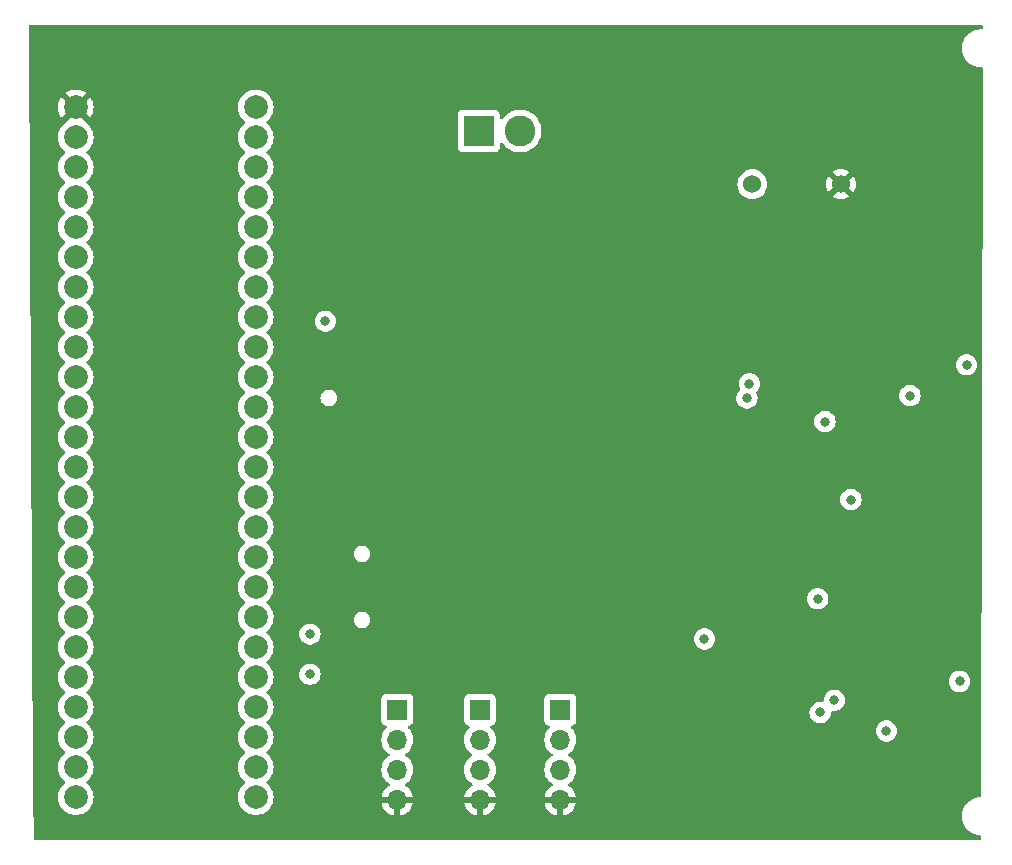
<source format=gbr>
%TF.GenerationSoftware,KiCad,Pcbnew,7.0.7*%
%TF.CreationDate,2024-01-17T20:42:02-05:00*%
%TF.ProjectId,Unified_Board,556e6966-6965-4645-9f42-6f6172642e6b,rev?*%
%TF.SameCoordinates,Original*%
%TF.FileFunction,Copper,L3,Inr*%
%TF.FilePolarity,Positive*%
%FSLAX46Y46*%
G04 Gerber Fmt 4.6, Leading zero omitted, Abs format (unit mm)*
G04 Created by KiCad (PCBNEW 7.0.7) date 2024-01-17 20:42:02*
%MOMM*%
%LPD*%
G01*
G04 APERTURE LIST*
%TA.AperFunction,ComponentPad*%
%ADD10R,1.700000X1.700000*%
%TD*%
%TA.AperFunction,ComponentPad*%
%ADD11O,1.700000X1.700000*%
%TD*%
%TA.AperFunction,ComponentPad*%
%ADD12R,2.600000X2.600000*%
%TD*%
%TA.AperFunction,ComponentPad*%
%ADD13C,2.600000*%
%TD*%
%TA.AperFunction,ComponentPad*%
%ADD14C,1.524000*%
%TD*%
%TA.AperFunction,ComponentPad*%
%ADD15C,2.000000*%
%TD*%
%TA.AperFunction,ViaPad*%
%ADD16C,0.800000*%
%TD*%
G04 APERTURE END LIST*
D10*
%TO.N,/3.3V*%
%TO.C,J3*%
X107600000Y-96000000D03*
D11*
%TO.N,/SCL*%
X107600000Y-98540000D03*
%TO.N,/SDA*%
X107600000Y-101080000D03*
%TO.N,GND*%
X107600000Y-103620000D03*
%TD*%
D12*
%TO.N,Net-(J1-Pin_1)*%
%TO.C,J1*%
X114500000Y-47000000D03*
D13*
%TO.N,Net-(D6-K)*%
X118000000Y-47000000D03*
%TD*%
D14*
%TO.N,Net-(BZ1--)*%
%TO.C,BZ1*%
X137650000Y-51500000D03*
%TO.N,GND*%
X145150000Y-51500000D03*
%TD*%
D10*
%TO.N,/3.3V*%
%TO.C,J2*%
X114600000Y-96000000D03*
D11*
%TO.N,/Breakout_RX2*%
X114600000Y-98540000D03*
%TO.N,/Breakout_TX2*%
X114600000Y-101080000D03*
%TO.N,GND*%
X114600000Y-103620000D03*
%TD*%
D10*
%TO.N,/3.3V*%
%TO.C,J4*%
X121400000Y-96000000D03*
D11*
%TO.N,/Breakout_RX1*%
X121400000Y-98540000D03*
%TO.N,/Breakout_TX1*%
X121400000Y-101080000D03*
%TO.N,GND*%
X121400000Y-103620000D03*
%TD*%
D15*
%TO.N,Net-(J1-Pin_1)*%
%TO.C,Teensy4.1*%
X95620000Y-44990000D03*
%TO.N,Net-(D6-K)*%
X95620000Y-47530000D03*
%TO.N,/3.3V*%
X95620000Y-50070000D03*
%TO.N,unconnected-(Teensy4.1-PWM-Pad44)*%
X95620000Y-52610000D03*
%TO.N,unconnected-(Teensy4.1-PWM-Pad43)*%
X95620000Y-55150000D03*
%TO.N,unconnected-(Teensy4.1-RX5-Pad42)*%
X95620000Y-57690000D03*
%TO.N,unconnected-(Teensy4.1-TX5-Pad41)*%
X95620000Y-60230000D03*
%TO.N,/SCL*%
X95620000Y-62770000D03*
%TO.N,/SDA*%
X95620000Y-65310000D03*
%TO.N,unconnected-(Teensy4.1-A3-Pad38)*%
X95620000Y-67850000D03*
%TO.N,unconnected-(Teensy4.1-A2-Pad37)*%
X95620000Y-70390000D03*
%TO.N,unconnected-(Teensy4.1-A1-Pad36)*%
X95620000Y-72930000D03*
%TO.N,unconnected-(Teensy4.1-A0-Pad35)*%
X95620000Y-75470000D03*
%TO.N,unconnected-(Teensy4.1-SCK-Pad34)*%
X95620000Y-78010000D03*
%TO.N,unconnected-(Teensy4.1-GND-Pad33)*%
X95620000Y-80550000D03*
%TO.N,unconnected-(Teensy4.1-A17-Pad32)*%
X95620000Y-83090000D03*
%TO.N,unconnected-(Teensy4.1-A16-Pad31)*%
X95620000Y-85630000D03*
%TO.N,unconnected-(Teensy4.1-MISO-Pad30)*%
X95620000Y-88170000D03*
%TO.N,unconnected-(Teensy4.1-CS1-Pad29)*%
X95620000Y-90710000D03*
%TO.N,/BMP_INT*%
X95620000Y-93250000D03*
%TO.N,/BMP_I2C_ADDR*%
X95620000Y-95790000D03*
%TO.N,unconnected-(Teensy4.1-TX8-Pad26)*%
X95620000Y-98330000D03*
%TO.N,unconnected-(Teensy4.1-RX8-Pad25)*%
X95620000Y-100870000D03*
%TO.N,Net-(R14-Pad1)*%
X95620000Y-103410000D03*
%TO.N,unconnected-(Teensy4.1-GPIO-Pad23)*%
X80380000Y-103410000D03*
%TO.N,unconnected-(Teensy4.1-GPIO-Pad22)*%
X80380000Y-100870000D03*
%TO.N,unconnected-(Teensy4.1-GPIO-Pad21)*%
X80380000Y-98330000D03*
%TO.N,unconnected-(Teensy4.1-TX7-Pad20)*%
X80380000Y-95790000D03*
%TO.N,unconnected-(Teensy4.1-RX7-Pad19)*%
X80380000Y-93250000D03*
%TO.N,unconnected-(Teensy4.1-SCK1-Pad18)*%
X80380000Y-90710000D03*
%TO.N,unconnected-(Teensy4.1-MOSI1-Pad17)*%
X80380000Y-88170000D03*
%TO.N,unconnected-(Teensy4.1-SDA2-Pad16)*%
X80380000Y-85630000D03*
%TO.N,unconnected-(Teensy4.1-SCL2-Pad15)*%
X80380000Y-83090000D03*
%TO.N,unconnected-(Teensy4.1-3.3V-Pad14)*%
X80380000Y-80550000D03*
%TO.N,unconnected-(Teensy4.1-MISO-Pad13)*%
X80380000Y-78010000D03*
%TO.N,unconnected-(Teensy4.1-MOSI-Pad12)*%
X80380000Y-75470000D03*
%TO.N,unconnected-(Teensy4.1-CS-Pad11)*%
X80380000Y-72930000D03*
%TO.N,unconnected-(Teensy4.1-PWM-Pad10)*%
X80380000Y-70390000D03*
%TO.N,/Breakout_TX2*%
X80380000Y-67850000D03*
%TO.N,/Breakout_RX2*%
X80380000Y-65310000D03*
%TO.N,unconnected-(Teensy4.1-PWM-Pad7)*%
X80380000Y-62770000D03*
%TO.N,unconnected-(Teensy4.1-PWM-Pad6)*%
X80380000Y-60230000D03*
%TO.N,unconnected-(Teensy4.1-PWM-Pad5)*%
X80380000Y-57690000D03*
%TO.N,unconnected-(Teensy4.1-PWM-Pad4)*%
X80380000Y-55150000D03*
%TO.N,unconnected-(Teensy4.1-PWM-Pad3)*%
X80380000Y-52610000D03*
%TO.N,/Breakout_TX1*%
X80380000Y-50070000D03*
%TO.N,/Breakout_RX1*%
X80380000Y-47530000D03*
%TO.N,GND*%
X80380000Y-44990000D03*
%TD*%
D16*
%TO.N,/3.3V*%
X146000000Y-78200000D03*
%TO.N,GND*%
X145600000Y-58400000D03*
X141600000Y-83000000D03*
%TO.N,Net-(BT2-+)*%
X149000000Y-97800000D03*
%TO.N,/BACKUP*%
X143200000Y-86600000D03*
X133600000Y-90000000D03*
%TO.N,/SCL*%
X137400000Y-68400000D03*
%TO.N,GND*%
X142200000Y-67800000D03*
X150800000Y-67400000D03*
%TO.N,/3.3V*%
X143800000Y-71600000D03*
%TO.N,/SDA*%
X137200000Y-69600000D03*
%TO.N,/3.3V*%
X155800000Y-66800000D03*
X151000000Y-69400000D03*
%TO.N,/SDA*%
X143400000Y-96230898D03*
%TO.N,/SCL*%
X144600000Y-95200000D03*
%TO.N,GND*%
X129200000Y-91400000D03*
%TO.N,Net-(R14-Pad1)*%
X101500000Y-63100000D03*
%TO.N,GND*%
X148800000Y-77400000D03*
%TO.N,/3.3V*%
X155200000Y-93600000D03*
%TO.N,/SCL*%
X100200000Y-89600000D03*
%TO.N,/SDA*%
X100200000Y-93000000D03*
%TO.N,GND*%
X118800000Y-69800000D03*
X107400000Y-87600000D03*
X114600000Y-81800000D03*
X101000000Y-87000000D03*
%TD*%
%TA.AperFunction,Conductor*%
%TO.N,GND*%
G36*
X157142680Y-38019685D02*
G01*
X157188435Y-38072489D01*
X157199639Y-38124357D01*
X157199465Y-38184442D01*
X157199198Y-38276445D01*
X157179319Y-38343427D01*
X157126382Y-38389029D01*
X157065489Y-38399704D01*
X157062893Y-38399500D01*
X157062882Y-38399500D01*
X156937118Y-38399500D01*
X156937116Y-38399500D01*
X156748849Y-38414317D01*
X156503889Y-38473126D01*
X156271140Y-38569533D01*
X156056346Y-38701160D01*
X156056343Y-38701161D01*
X155864776Y-38864776D01*
X155701161Y-39056343D01*
X155701160Y-39056346D01*
X155569533Y-39271140D01*
X155473126Y-39503889D01*
X155414317Y-39748848D01*
X155394551Y-40000000D01*
X155414317Y-40251151D01*
X155473126Y-40496110D01*
X155569533Y-40728859D01*
X155701160Y-40943653D01*
X155701161Y-40943656D01*
X155701164Y-40943659D01*
X155864776Y-41135224D01*
X156013066Y-41261875D01*
X156056343Y-41298838D01*
X156056346Y-41298839D01*
X156271140Y-41430466D01*
X156503889Y-41526873D01*
X156748852Y-41585683D01*
X156904950Y-41597968D01*
X156937116Y-41600500D01*
X157065204Y-41600500D01*
X157132243Y-41620185D01*
X157177998Y-41672989D01*
X157189203Y-41724859D01*
X157010784Y-103279436D01*
X156990906Y-103346419D01*
X156937969Y-103392020D01*
X156896515Y-103402695D01*
X156830329Y-103407904D01*
X156748852Y-103414317D01*
X156748847Y-103414318D01*
X156748848Y-103414318D01*
X156503889Y-103473126D01*
X156271140Y-103569533D01*
X156056346Y-103701160D01*
X156056343Y-103701161D01*
X155864776Y-103864776D01*
X155701161Y-104056343D01*
X155701160Y-104056346D01*
X155569533Y-104271140D01*
X155473126Y-104503889D01*
X155414317Y-104748848D01*
X155394551Y-105000000D01*
X155414317Y-105251151D01*
X155473126Y-105496110D01*
X155569533Y-105728859D01*
X155701160Y-105943653D01*
X155701161Y-105943656D01*
X155701164Y-105943659D01*
X155864776Y-106135224D01*
X156013066Y-106261875D01*
X156056343Y-106298838D01*
X156056346Y-106298839D01*
X156271140Y-106430466D01*
X156503889Y-106526872D01*
X156503889Y-106526873D01*
X156748852Y-106585683D01*
X156886541Y-106596519D01*
X156951829Y-106621403D01*
X156993299Y-106677634D01*
X157000810Y-106720497D01*
X157000358Y-106876360D01*
X156980480Y-106943342D01*
X156927543Y-106988943D01*
X156876359Y-107000000D01*
X76923283Y-107000000D01*
X76856244Y-106980315D01*
X76810489Y-106927511D01*
X76799285Y-106876719D01*
X76798379Y-106720497D01*
X76779188Y-103410005D01*
X78874357Y-103410005D01*
X78894890Y-103657812D01*
X78894892Y-103657824D01*
X78955936Y-103898881D01*
X79055826Y-104126606D01*
X79191833Y-104334782D01*
X79191836Y-104334785D01*
X79360256Y-104517738D01*
X79556491Y-104670474D01*
X79775190Y-104788828D01*
X80010386Y-104869571D01*
X80255665Y-104910500D01*
X80504335Y-104910500D01*
X80749614Y-104869571D01*
X80984810Y-104788828D01*
X81203509Y-104670474D01*
X81399744Y-104517738D01*
X81568164Y-104334785D01*
X81704173Y-104126607D01*
X81804063Y-103898881D01*
X81865108Y-103657821D01*
X81875788Y-103528933D01*
X81885643Y-103410005D01*
X94114357Y-103410005D01*
X94134890Y-103657812D01*
X94134892Y-103657824D01*
X94195936Y-103898881D01*
X94295826Y-104126606D01*
X94431833Y-104334782D01*
X94431836Y-104334785D01*
X94600256Y-104517738D01*
X94796491Y-104670474D01*
X95015190Y-104788828D01*
X95250386Y-104869571D01*
X95495665Y-104910500D01*
X95744335Y-104910500D01*
X95989614Y-104869571D01*
X96224810Y-104788828D01*
X96443509Y-104670474D01*
X96639744Y-104517738D01*
X96808164Y-104334785D01*
X96944173Y-104126607D01*
X97044063Y-103898881D01*
X97105108Y-103657821D01*
X97115788Y-103528933D01*
X97125643Y-103410005D01*
X97125643Y-103409994D01*
X97105109Y-103162187D01*
X97105107Y-103162175D01*
X97044063Y-102921118D01*
X96944173Y-102693393D01*
X96808166Y-102485217D01*
X96777476Y-102451879D01*
X96639744Y-102302262D01*
X96556991Y-102237852D01*
X96516179Y-102181143D01*
X96512504Y-102111370D01*
X96547136Y-102050687D01*
X96556985Y-102042151D01*
X96639744Y-101977738D01*
X96808164Y-101794785D01*
X96944173Y-101586607D01*
X97044063Y-101358881D01*
X97105108Y-101117821D01*
X97108242Y-101080000D01*
X106244341Y-101080000D01*
X106264936Y-101315403D01*
X106264938Y-101315413D01*
X106326094Y-101543655D01*
X106326096Y-101543659D01*
X106326097Y-101543663D01*
X106425965Y-101757829D01*
X106425965Y-101757830D01*
X106425967Y-101757834D01*
X106451841Y-101794785D01*
X106561505Y-101951401D01*
X106728599Y-102118495D01*
X106899058Y-102237852D01*
X106914594Y-102248730D01*
X106958219Y-102303307D01*
X106965413Y-102372805D01*
X106933890Y-102435160D01*
X106914595Y-102451880D01*
X106728922Y-102581890D01*
X106728920Y-102581891D01*
X106561891Y-102748920D01*
X106561886Y-102748926D01*
X106426400Y-102942420D01*
X106426399Y-102942422D01*
X106326570Y-103156507D01*
X106326567Y-103156513D01*
X106269364Y-103369999D01*
X106269364Y-103370000D01*
X106986653Y-103370000D01*
X107053692Y-103389685D01*
X107099447Y-103442489D01*
X107109391Y-103511647D01*
X107105631Y-103528933D01*
X107100000Y-103548111D01*
X107100000Y-103691889D01*
X107102723Y-103701164D01*
X107105631Y-103711067D01*
X107105630Y-103780936D01*
X107067855Y-103839714D01*
X107004299Y-103868738D01*
X106986653Y-103870000D01*
X106269364Y-103870000D01*
X106326567Y-104083486D01*
X106326570Y-104083492D01*
X106426399Y-104297578D01*
X106561894Y-104491082D01*
X106728917Y-104658105D01*
X106922421Y-104793600D01*
X107136507Y-104893429D01*
X107136516Y-104893433D01*
X107350000Y-104950634D01*
X107350000Y-104232301D01*
X107369685Y-104165262D01*
X107422489Y-104119507D01*
X107491647Y-104109563D01*
X107564237Y-104120000D01*
X107564238Y-104120000D01*
X107635762Y-104120000D01*
X107635763Y-104120000D01*
X107708353Y-104109563D01*
X107777512Y-104119507D01*
X107830315Y-104165262D01*
X107850000Y-104232301D01*
X107850000Y-104950633D01*
X108063483Y-104893433D01*
X108063492Y-104893429D01*
X108277578Y-104793600D01*
X108471082Y-104658105D01*
X108638105Y-104491082D01*
X108773600Y-104297578D01*
X108873429Y-104083492D01*
X108873432Y-104083486D01*
X108930636Y-103870000D01*
X108213347Y-103870000D01*
X108146308Y-103850315D01*
X108100553Y-103797511D01*
X108090609Y-103728353D01*
X108094369Y-103711067D01*
X108097277Y-103701164D01*
X108100000Y-103691889D01*
X108100000Y-103548111D01*
X108094368Y-103528933D01*
X108094370Y-103459064D01*
X108132145Y-103400286D01*
X108195701Y-103371262D01*
X108213347Y-103370000D01*
X108930636Y-103370000D01*
X108930635Y-103369999D01*
X108873432Y-103156513D01*
X108873429Y-103156507D01*
X108773600Y-102942422D01*
X108773599Y-102942420D01*
X108638113Y-102748926D01*
X108638108Y-102748920D01*
X108471078Y-102581890D01*
X108285405Y-102451879D01*
X108241780Y-102397302D01*
X108234588Y-102327804D01*
X108266110Y-102265449D01*
X108285406Y-102248730D01*
X108471401Y-102118495D01*
X108638495Y-101951401D01*
X108774035Y-101757830D01*
X108873903Y-101543663D01*
X108935063Y-101315408D01*
X108955659Y-101080000D01*
X113244341Y-101080000D01*
X113264936Y-101315403D01*
X113264938Y-101315413D01*
X113326094Y-101543655D01*
X113326096Y-101543659D01*
X113326097Y-101543663D01*
X113425965Y-101757829D01*
X113425965Y-101757830D01*
X113425967Y-101757834D01*
X113451841Y-101794785D01*
X113561505Y-101951401D01*
X113728599Y-102118495D01*
X113899058Y-102237852D01*
X113914594Y-102248730D01*
X113958219Y-102303307D01*
X113965413Y-102372805D01*
X113933890Y-102435160D01*
X113914595Y-102451880D01*
X113728922Y-102581890D01*
X113728920Y-102581891D01*
X113561891Y-102748920D01*
X113561886Y-102748926D01*
X113426400Y-102942420D01*
X113426399Y-102942422D01*
X113326570Y-103156507D01*
X113326567Y-103156513D01*
X113269364Y-103369999D01*
X113269364Y-103370000D01*
X113986653Y-103370000D01*
X114053692Y-103389685D01*
X114099447Y-103442489D01*
X114109391Y-103511647D01*
X114105631Y-103528933D01*
X114100000Y-103548111D01*
X114100000Y-103691889D01*
X114102723Y-103701164D01*
X114105631Y-103711067D01*
X114105630Y-103780936D01*
X114067855Y-103839714D01*
X114004299Y-103868738D01*
X113986653Y-103870000D01*
X113269364Y-103870000D01*
X113326567Y-104083486D01*
X113326570Y-104083492D01*
X113426399Y-104297578D01*
X113561894Y-104491082D01*
X113728917Y-104658105D01*
X113922421Y-104793600D01*
X114136507Y-104893429D01*
X114136516Y-104893433D01*
X114350000Y-104950634D01*
X114350000Y-104232301D01*
X114369685Y-104165262D01*
X114422489Y-104119507D01*
X114491647Y-104109563D01*
X114564237Y-104120000D01*
X114564238Y-104120000D01*
X114635762Y-104120000D01*
X114635763Y-104120000D01*
X114708353Y-104109563D01*
X114777512Y-104119507D01*
X114830315Y-104165262D01*
X114850000Y-104232301D01*
X114850000Y-104950633D01*
X115063483Y-104893433D01*
X115063492Y-104893429D01*
X115277578Y-104793600D01*
X115471082Y-104658105D01*
X115638105Y-104491082D01*
X115773600Y-104297578D01*
X115873429Y-104083492D01*
X115873432Y-104083486D01*
X115930636Y-103870000D01*
X115213347Y-103870000D01*
X115146308Y-103850315D01*
X115100553Y-103797511D01*
X115090609Y-103728353D01*
X115094369Y-103711067D01*
X115097277Y-103701164D01*
X115100000Y-103691889D01*
X115100000Y-103548111D01*
X115094368Y-103528933D01*
X115094370Y-103459064D01*
X115132145Y-103400286D01*
X115195701Y-103371262D01*
X115213347Y-103370000D01*
X115930636Y-103370000D01*
X115930635Y-103369999D01*
X115873432Y-103156513D01*
X115873429Y-103156507D01*
X115773600Y-102942422D01*
X115773599Y-102942420D01*
X115638113Y-102748926D01*
X115638108Y-102748920D01*
X115471078Y-102581890D01*
X115285405Y-102451879D01*
X115241780Y-102397302D01*
X115234588Y-102327804D01*
X115266110Y-102265449D01*
X115285406Y-102248730D01*
X115471401Y-102118495D01*
X115638495Y-101951401D01*
X115774035Y-101757830D01*
X115873903Y-101543663D01*
X115935063Y-101315408D01*
X115955659Y-101080000D01*
X120044341Y-101080000D01*
X120064936Y-101315403D01*
X120064938Y-101315413D01*
X120126094Y-101543655D01*
X120126096Y-101543659D01*
X120126097Y-101543663D01*
X120225965Y-101757830D01*
X120225967Y-101757834D01*
X120251841Y-101794785D01*
X120361505Y-101951401D01*
X120528599Y-102118495D01*
X120699058Y-102237852D01*
X120714594Y-102248730D01*
X120758219Y-102303307D01*
X120765413Y-102372805D01*
X120733890Y-102435160D01*
X120714595Y-102451880D01*
X120528922Y-102581890D01*
X120528920Y-102581891D01*
X120361891Y-102748920D01*
X120361886Y-102748926D01*
X120226400Y-102942420D01*
X120226399Y-102942422D01*
X120126570Y-103156507D01*
X120126567Y-103156513D01*
X120069364Y-103369999D01*
X120069364Y-103370000D01*
X120786653Y-103370000D01*
X120853692Y-103389685D01*
X120899447Y-103442489D01*
X120909391Y-103511647D01*
X120905631Y-103528933D01*
X120900000Y-103548111D01*
X120900000Y-103691889D01*
X120902723Y-103701164D01*
X120905631Y-103711067D01*
X120905630Y-103780936D01*
X120867855Y-103839714D01*
X120804299Y-103868738D01*
X120786653Y-103870000D01*
X120069364Y-103870000D01*
X120126567Y-104083486D01*
X120126570Y-104083492D01*
X120226399Y-104297578D01*
X120361894Y-104491082D01*
X120528917Y-104658105D01*
X120722421Y-104793600D01*
X120936507Y-104893429D01*
X120936516Y-104893433D01*
X121149999Y-104950633D01*
X121149999Y-104232301D01*
X121169683Y-104165262D01*
X121222487Y-104119507D01*
X121291646Y-104109563D01*
X121298380Y-104110531D01*
X121364237Y-104120000D01*
X121364238Y-104120000D01*
X121435762Y-104120000D01*
X121435763Y-104120000D01*
X121508353Y-104109563D01*
X121577512Y-104119507D01*
X121630315Y-104165262D01*
X121650000Y-104232301D01*
X121649999Y-104950633D01*
X121863483Y-104893433D01*
X121863492Y-104893429D01*
X122077578Y-104793600D01*
X122271082Y-104658105D01*
X122438105Y-104491082D01*
X122573600Y-104297578D01*
X122673429Y-104083492D01*
X122673432Y-104083486D01*
X122730636Y-103870000D01*
X122013347Y-103870000D01*
X121946308Y-103850315D01*
X121900553Y-103797511D01*
X121890609Y-103728353D01*
X121894369Y-103711067D01*
X121897277Y-103701164D01*
X121900000Y-103691889D01*
X121900000Y-103548111D01*
X121894368Y-103528933D01*
X121894370Y-103459064D01*
X121932145Y-103400286D01*
X121995701Y-103371262D01*
X122013347Y-103370000D01*
X122730636Y-103370000D01*
X122730635Y-103369999D01*
X122673432Y-103156513D01*
X122673429Y-103156507D01*
X122573600Y-102942422D01*
X122573599Y-102942420D01*
X122438113Y-102748926D01*
X122438108Y-102748920D01*
X122271078Y-102581890D01*
X122085405Y-102451879D01*
X122041780Y-102397302D01*
X122034588Y-102327804D01*
X122066110Y-102265449D01*
X122085406Y-102248730D01*
X122271401Y-102118495D01*
X122438495Y-101951401D01*
X122574035Y-101757830D01*
X122673903Y-101543663D01*
X122735063Y-101315408D01*
X122755659Y-101080000D01*
X122735063Y-100844592D01*
X122688626Y-100671285D01*
X122673905Y-100616344D01*
X122673904Y-100616343D01*
X122673903Y-100616337D01*
X122574035Y-100402171D01*
X122559295Y-100381119D01*
X122438494Y-100208597D01*
X122271402Y-100041506D01*
X122271401Y-100041505D01*
X122085842Y-99911575D01*
X122085841Y-99911574D01*
X122042216Y-99856997D01*
X122035024Y-99787498D01*
X122066546Y-99725144D01*
X122085836Y-99708428D01*
X122271401Y-99578495D01*
X122438495Y-99411401D01*
X122574035Y-99217830D01*
X122673903Y-99003663D01*
X122735063Y-98775408D01*
X122755659Y-98540000D01*
X122735063Y-98304592D01*
X122688626Y-98131285D01*
X122673905Y-98076344D01*
X122673904Y-98076343D01*
X122673903Y-98076337D01*
X122574035Y-97862171D01*
X122559294Y-97841119D01*
X122530502Y-97800000D01*
X148094540Y-97800000D01*
X148114326Y-97988256D01*
X148114327Y-97988259D01*
X148172818Y-98168277D01*
X148172821Y-98168284D01*
X148267467Y-98332216D01*
X148394128Y-98472888D01*
X148394129Y-98472888D01*
X148547265Y-98584148D01*
X148547270Y-98584151D01*
X148720192Y-98661142D01*
X148720197Y-98661144D01*
X148905354Y-98700500D01*
X148905355Y-98700500D01*
X149094644Y-98700500D01*
X149094646Y-98700500D01*
X149279803Y-98661144D01*
X149452730Y-98584151D01*
X149605871Y-98472888D01*
X149732533Y-98332216D01*
X149827179Y-98168284D01*
X149885674Y-97988256D01*
X149905460Y-97800000D01*
X149885674Y-97611744D01*
X149827179Y-97431716D01*
X149732533Y-97267784D01*
X149605871Y-97127112D01*
X149570128Y-97101143D01*
X149452734Y-97015851D01*
X149452729Y-97015848D01*
X149279807Y-96938857D01*
X149279802Y-96938855D01*
X149114810Y-96903786D01*
X149094646Y-96899500D01*
X148905354Y-96899500D01*
X148885190Y-96903786D01*
X148720197Y-96938855D01*
X148720192Y-96938857D01*
X148547270Y-97015848D01*
X148547265Y-97015851D01*
X148394129Y-97127111D01*
X148267466Y-97267785D01*
X148172821Y-97431715D01*
X148172818Y-97431722D01*
X148114327Y-97611740D01*
X148114326Y-97611744D01*
X148094540Y-97800000D01*
X122530502Y-97800000D01*
X122438496Y-97668600D01*
X122381636Y-97611740D01*
X122316567Y-97546671D01*
X122283084Y-97485351D01*
X122288068Y-97415659D01*
X122329939Y-97359725D01*
X122360915Y-97342810D01*
X122492331Y-97293796D01*
X122607546Y-97207546D01*
X122693796Y-97092331D01*
X122744091Y-96957483D01*
X122750500Y-96897873D01*
X122750500Y-96230898D01*
X142494540Y-96230898D01*
X142514326Y-96419154D01*
X142514327Y-96419157D01*
X142572818Y-96599175D01*
X142572821Y-96599182D01*
X142667467Y-96763114D01*
X142788683Y-96897738D01*
X142794129Y-96903786D01*
X142947265Y-97015046D01*
X142947270Y-97015049D01*
X143120192Y-97092040D01*
X143120197Y-97092042D01*
X143305354Y-97131398D01*
X143305355Y-97131398D01*
X143494644Y-97131398D01*
X143494646Y-97131398D01*
X143679803Y-97092042D01*
X143852730Y-97015049D01*
X144005871Y-96903786D01*
X144132533Y-96763114D01*
X144227179Y-96599182D01*
X144285674Y-96419154D01*
X144305460Y-96230898D01*
X144304713Y-96223799D01*
X144317281Y-96155069D01*
X144365012Y-96104044D01*
X144432752Y-96086925D01*
X144453813Y-96089544D01*
X144505354Y-96100500D01*
X144505355Y-96100500D01*
X144694644Y-96100500D01*
X144694646Y-96100500D01*
X144879803Y-96061144D01*
X145052730Y-95984151D01*
X145205871Y-95872888D01*
X145332533Y-95732216D01*
X145427179Y-95568284D01*
X145485674Y-95388256D01*
X145505460Y-95200000D01*
X145485674Y-95011744D01*
X145427179Y-94831716D01*
X145332533Y-94667784D01*
X145205871Y-94527112D01*
X145205870Y-94527111D01*
X145052734Y-94415851D01*
X145052729Y-94415848D01*
X144879807Y-94338857D01*
X144879802Y-94338855D01*
X144734000Y-94307865D01*
X144694646Y-94299500D01*
X144505354Y-94299500D01*
X144472897Y-94306398D01*
X144320197Y-94338855D01*
X144320192Y-94338857D01*
X144147270Y-94415848D01*
X144147265Y-94415851D01*
X143994129Y-94527111D01*
X143867466Y-94667785D01*
X143772821Y-94831715D01*
X143772818Y-94831722D01*
X143714327Y-95011740D01*
X143714326Y-95011744D01*
X143704826Y-95102135D01*
X143694540Y-95200002D01*
X143694540Y-95200005D01*
X143695286Y-95207106D01*
X143682714Y-95275835D01*
X143634980Y-95326857D01*
X143567239Y-95343972D01*
X143546186Y-95341353D01*
X143540965Y-95340243D01*
X143494646Y-95330398D01*
X143305354Y-95330398D01*
X143272897Y-95337296D01*
X143120197Y-95369753D01*
X143120192Y-95369755D01*
X142947270Y-95446746D01*
X142947265Y-95446749D01*
X142794129Y-95558009D01*
X142667466Y-95698683D01*
X142572821Y-95862613D01*
X142572818Y-95862620D01*
X142515895Y-96037812D01*
X142514326Y-96042642D01*
X142494540Y-96230898D01*
X122750500Y-96230898D01*
X122750499Y-95102128D01*
X122744091Y-95042517D01*
X122732613Y-95011744D01*
X122693797Y-94907671D01*
X122693793Y-94907664D01*
X122607547Y-94792455D01*
X122607544Y-94792452D01*
X122492335Y-94706206D01*
X122492328Y-94706202D01*
X122357482Y-94655908D01*
X122357483Y-94655908D01*
X122297883Y-94649501D01*
X122297881Y-94649500D01*
X122297873Y-94649500D01*
X122297864Y-94649500D01*
X120502129Y-94649500D01*
X120502123Y-94649501D01*
X120442516Y-94655908D01*
X120307671Y-94706202D01*
X120307664Y-94706206D01*
X120192455Y-94792452D01*
X120192452Y-94792455D01*
X120106206Y-94907664D01*
X120106202Y-94907671D01*
X120055908Y-95042517D01*
X120052589Y-95073393D01*
X120049501Y-95102123D01*
X120049500Y-95102135D01*
X120049500Y-96897870D01*
X120049501Y-96897876D01*
X120055908Y-96957483D01*
X120106202Y-97092328D01*
X120106206Y-97092335D01*
X120192452Y-97207544D01*
X120192455Y-97207547D01*
X120307664Y-97293793D01*
X120307671Y-97293797D01*
X120439081Y-97342810D01*
X120495015Y-97384681D01*
X120519432Y-97450145D01*
X120504580Y-97518418D01*
X120483430Y-97546673D01*
X120361503Y-97668600D01*
X120225965Y-97862169D01*
X120225964Y-97862171D01*
X120126098Y-98076335D01*
X120126094Y-98076344D01*
X120064938Y-98304586D01*
X120064936Y-98304596D01*
X120044341Y-98539999D01*
X120044341Y-98540000D01*
X120064936Y-98775403D01*
X120064938Y-98775413D01*
X120126094Y-99003655D01*
X120126096Y-99003659D01*
X120126097Y-99003663D01*
X120225964Y-99217829D01*
X120225965Y-99217830D01*
X120225967Y-99217834D01*
X120361501Y-99411395D01*
X120361506Y-99411402D01*
X120528597Y-99578493D01*
X120528603Y-99578498D01*
X120714158Y-99708425D01*
X120757783Y-99763002D01*
X120764977Y-99832500D01*
X120733454Y-99894855D01*
X120714158Y-99911575D01*
X120528597Y-100041505D01*
X120361505Y-100208597D01*
X120225965Y-100402169D01*
X120225964Y-100402171D01*
X120126098Y-100616335D01*
X120126094Y-100616344D01*
X120064938Y-100844586D01*
X120064936Y-100844596D01*
X120044341Y-101079999D01*
X120044341Y-101080000D01*
X115955659Y-101080000D01*
X115935063Y-100844592D01*
X115888626Y-100671285D01*
X115873905Y-100616344D01*
X115873904Y-100616343D01*
X115873903Y-100616337D01*
X115774035Y-100402171D01*
X115759295Y-100381119D01*
X115638494Y-100208597D01*
X115471402Y-100041506D01*
X115471396Y-100041501D01*
X115285842Y-99911575D01*
X115242217Y-99856998D01*
X115235023Y-99787500D01*
X115266546Y-99725145D01*
X115285842Y-99708425D01*
X115381933Y-99641141D01*
X115471401Y-99578495D01*
X115638495Y-99411401D01*
X115774035Y-99217830D01*
X115873903Y-99003663D01*
X115935063Y-98775408D01*
X115955659Y-98540000D01*
X115935063Y-98304592D01*
X115888626Y-98131285D01*
X115873905Y-98076344D01*
X115873904Y-98076343D01*
X115873903Y-98076337D01*
X115774035Y-97862171D01*
X115759294Y-97841119D01*
X115638496Y-97668600D01*
X115581636Y-97611740D01*
X115516567Y-97546671D01*
X115483084Y-97485351D01*
X115488068Y-97415659D01*
X115529939Y-97359725D01*
X115560915Y-97342810D01*
X115692331Y-97293796D01*
X115807546Y-97207546D01*
X115893796Y-97092331D01*
X115944091Y-96957483D01*
X115950500Y-96897873D01*
X115950499Y-95102128D01*
X115944091Y-95042517D01*
X115932613Y-95011744D01*
X115893797Y-94907671D01*
X115893793Y-94907664D01*
X115807547Y-94792455D01*
X115807544Y-94792452D01*
X115692335Y-94706206D01*
X115692328Y-94706202D01*
X115557482Y-94655908D01*
X115557483Y-94655908D01*
X115497883Y-94649501D01*
X115497881Y-94649500D01*
X115497873Y-94649500D01*
X115497864Y-94649500D01*
X113702129Y-94649500D01*
X113702123Y-94649501D01*
X113642516Y-94655908D01*
X113507671Y-94706202D01*
X113507664Y-94706206D01*
X113392455Y-94792452D01*
X113392452Y-94792455D01*
X113306206Y-94907664D01*
X113306202Y-94907671D01*
X113255908Y-95042517D01*
X113252589Y-95073393D01*
X113249501Y-95102123D01*
X113249500Y-95102135D01*
X113249500Y-96897870D01*
X113249501Y-96897876D01*
X113255908Y-96957483D01*
X113306202Y-97092328D01*
X113306206Y-97092335D01*
X113392452Y-97207544D01*
X113392455Y-97207547D01*
X113507664Y-97293793D01*
X113507671Y-97293797D01*
X113639081Y-97342810D01*
X113695015Y-97384681D01*
X113719432Y-97450145D01*
X113704580Y-97518418D01*
X113683430Y-97546673D01*
X113561503Y-97668600D01*
X113425965Y-97862169D01*
X113425964Y-97862171D01*
X113326098Y-98076335D01*
X113326094Y-98076344D01*
X113264938Y-98304586D01*
X113264936Y-98304596D01*
X113244341Y-98539999D01*
X113244341Y-98540000D01*
X113264936Y-98775403D01*
X113264938Y-98775413D01*
X113326094Y-99003655D01*
X113326096Y-99003659D01*
X113326097Y-99003663D01*
X113425965Y-99217829D01*
X113425965Y-99217830D01*
X113425967Y-99217834D01*
X113561501Y-99411395D01*
X113561506Y-99411402D01*
X113728597Y-99578493D01*
X113728603Y-99578498D01*
X113914158Y-99708425D01*
X113957783Y-99763002D01*
X113964977Y-99832500D01*
X113933454Y-99894855D01*
X113914158Y-99911575D01*
X113728597Y-100041505D01*
X113561505Y-100208597D01*
X113425965Y-100402169D01*
X113425964Y-100402171D01*
X113326098Y-100616335D01*
X113326094Y-100616344D01*
X113264938Y-100844586D01*
X113264936Y-100844596D01*
X113244341Y-101079999D01*
X113244341Y-101080000D01*
X108955659Y-101080000D01*
X108935063Y-100844592D01*
X108888626Y-100671285D01*
X108873905Y-100616344D01*
X108873904Y-100616343D01*
X108873903Y-100616337D01*
X108774035Y-100402171D01*
X108759295Y-100381119D01*
X108638494Y-100208597D01*
X108471402Y-100041506D01*
X108471396Y-100041501D01*
X108285842Y-99911575D01*
X108242217Y-99856998D01*
X108235023Y-99787500D01*
X108266546Y-99725145D01*
X108285842Y-99708425D01*
X108381933Y-99641141D01*
X108471401Y-99578495D01*
X108638495Y-99411401D01*
X108774035Y-99217830D01*
X108873903Y-99003663D01*
X108935063Y-98775408D01*
X108955659Y-98540000D01*
X108935063Y-98304592D01*
X108888626Y-98131285D01*
X108873905Y-98076344D01*
X108873904Y-98076343D01*
X108873903Y-98076337D01*
X108774035Y-97862171D01*
X108759294Y-97841119D01*
X108638496Y-97668600D01*
X108581636Y-97611740D01*
X108516567Y-97546671D01*
X108483084Y-97485351D01*
X108488068Y-97415659D01*
X108529939Y-97359725D01*
X108560915Y-97342810D01*
X108692331Y-97293796D01*
X108807546Y-97207546D01*
X108893796Y-97092331D01*
X108944091Y-96957483D01*
X108950500Y-96897873D01*
X108950499Y-95102128D01*
X108944091Y-95042517D01*
X108932613Y-95011744D01*
X108893797Y-94907671D01*
X108893793Y-94907664D01*
X108807547Y-94792455D01*
X108807544Y-94792452D01*
X108692335Y-94706206D01*
X108692328Y-94706202D01*
X108557482Y-94655908D01*
X108557483Y-94655908D01*
X108497883Y-94649501D01*
X108497881Y-94649500D01*
X108497873Y-94649500D01*
X108497864Y-94649500D01*
X106702129Y-94649500D01*
X106702123Y-94649501D01*
X106642516Y-94655908D01*
X106507671Y-94706202D01*
X106507664Y-94706206D01*
X106392455Y-94792452D01*
X106392452Y-94792455D01*
X106306206Y-94907664D01*
X106306202Y-94907671D01*
X106255908Y-95042517D01*
X106252589Y-95073393D01*
X106249501Y-95102123D01*
X106249500Y-95102135D01*
X106249500Y-96897870D01*
X106249501Y-96897876D01*
X106255908Y-96957483D01*
X106306202Y-97092328D01*
X106306206Y-97092335D01*
X106392452Y-97207544D01*
X106392455Y-97207547D01*
X106507664Y-97293793D01*
X106507671Y-97293797D01*
X106639081Y-97342810D01*
X106695015Y-97384681D01*
X106719432Y-97450145D01*
X106704580Y-97518418D01*
X106683430Y-97546673D01*
X106561503Y-97668600D01*
X106425965Y-97862169D01*
X106425964Y-97862171D01*
X106326098Y-98076335D01*
X106326094Y-98076344D01*
X106264938Y-98304586D01*
X106264936Y-98304596D01*
X106244341Y-98539999D01*
X106244341Y-98540000D01*
X106264936Y-98775403D01*
X106264938Y-98775413D01*
X106326094Y-99003655D01*
X106326096Y-99003659D01*
X106326097Y-99003663D01*
X106425964Y-99217830D01*
X106425965Y-99217830D01*
X106425967Y-99217834D01*
X106561501Y-99411395D01*
X106561506Y-99411402D01*
X106728597Y-99578493D01*
X106728603Y-99578498D01*
X106914158Y-99708425D01*
X106957783Y-99763002D01*
X106964977Y-99832500D01*
X106933454Y-99894855D01*
X106914158Y-99911575D01*
X106728597Y-100041505D01*
X106561505Y-100208597D01*
X106425965Y-100402169D01*
X106425964Y-100402171D01*
X106326098Y-100616335D01*
X106326094Y-100616344D01*
X106264938Y-100844586D01*
X106264936Y-100844596D01*
X106244341Y-101079999D01*
X106244341Y-101080000D01*
X97108242Y-101080000D01*
X97125643Y-100870000D01*
X97123537Y-100844586D01*
X97105109Y-100622187D01*
X97105107Y-100622175D01*
X97044063Y-100381118D01*
X96944173Y-100153393D01*
X96808166Y-99945217D01*
X96761804Y-99894855D01*
X96639744Y-99762262D01*
X96556991Y-99697852D01*
X96516179Y-99641143D01*
X96512504Y-99571370D01*
X96547136Y-99510687D01*
X96556985Y-99502151D01*
X96639744Y-99437738D01*
X96808164Y-99254785D01*
X96944173Y-99046607D01*
X97044063Y-98818881D01*
X97105108Y-98577821D01*
X97113803Y-98472888D01*
X97125643Y-98330005D01*
X97125643Y-98329994D01*
X97105109Y-98082187D01*
X97105107Y-98082175D01*
X97044063Y-97841118D01*
X96944173Y-97613393D01*
X96808166Y-97405217D01*
X96772032Y-97365965D01*
X96639744Y-97222262D01*
X96556991Y-97157852D01*
X96516179Y-97101143D01*
X96512504Y-97031370D01*
X96547136Y-96970687D01*
X96556985Y-96962151D01*
X96639744Y-96897738D01*
X96808164Y-96714785D01*
X96944173Y-96506607D01*
X97044063Y-96278881D01*
X97105108Y-96037821D01*
X97105109Y-96037812D01*
X97125643Y-95790005D01*
X97125643Y-95789994D01*
X97105109Y-95542187D01*
X97105107Y-95542175D01*
X97044063Y-95301118D01*
X96944173Y-95073393D01*
X96808166Y-94865217D01*
X96786557Y-94841744D01*
X96639744Y-94682262D01*
X96556991Y-94617852D01*
X96516179Y-94561143D01*
X96512504Y-94491370D01*
X96547136Y-94430687D01*
X96556985Y-94422151D01*
X96639744Y-94357738D01*
X96808164Y-94174785D01*
X96944173Y-93966607D01*
X97044063Y-93738881D01*
X97105108Y-93497821D01*
X97115842Y-93368284D01*
X97125643Y-93250005D01*
X97125643Y-93249994D01*
X97105109Y-93002187D01*
X97105107Y-93002175D01*
X97104556Y-93000000D01*
X99294540Y-93000000D01*
X99314326Y-93188256D01*
X99314327Y-93188259D01*
X99372818Y-93368277D01*
X99372821Y-93368284D01*
X99467467Y-93532216D01*
X99594129Y-93672887D01*
X99594129Y-93672888D01*
X99747265Y-93784148D01*
X99747270Y-93784151D01*
X99920192Y-93861142D01*
X99920197Y-93861144D01*
X100105354Y-93900500D01*
X100105355Y-93900500D01*
X100294644Y-93900500D01*
X100294646Y-93900500D01*
X100479803Y-93861144D01*
X100652730Y-93784151D01*
X100805871Y-93672888D01*
X100871500Y-93600000D01*
X154294540Y-93600000D01*
X154314326Y-93788256D01*
X154314327Y-93788259D01*
X154372818Y-93968277D01*
X154372821Y-93968284D01*
X154467467Y-94132216D01*
X154594129Y-94272888D01*
X154747265Y-94384148D01*
X154747270Y-94384151D01*
X154920192Y-94461142D01*
X154920197Y-94461144D01*
X155105354Y-94500500D01*
X155105355Y-94500500D01*
X155294644Y-94500500D01*
X155294646Y-94500500D01*
X155479803Y-94461144D01*
X155652730Y-94384151D01*
X155805871Y-94272888D01*
X155932533Y-94132216D01*
X156027179Y-93968284D01*
X156085674Y-93788256D01*
X156105460Y-93600000D01*
X156085674Y-93411744D01*
X156027179Y-93231716D01*
X155932533Y-93067784D01*
X155805871Y-92927112D01*
X155805870Y-92927111D01*
X155652734Y-92815851D01*
X155652729Y-92815848D01*
X155479807Y-92738857D01*
X155479802Y-92738855D01*
X155334001Y-92707865D01*
X155294646Y-92699500D01*
X155105354Y-92699500D01*
X155072897Y-92706398D01*
X154920197Y-92738855D01*
X154920192Y-92738857D01*
X154747270Y-92815848D01*
X154747265Y-92815851D01*
X154594129Y-92927111D01*
X154467466Y-93067785D01*
X154372821Y-93231715D01*
X154372818Y-93231722D01*
X154328449Y-93368277D01*
X154314326Y-93411744D01*
X154294540Y-93600000D01*
X100871500Y-93600000D01*
X100932533Y-93532216D01*
X101027179Y-93368284D01*
X101085674Y-93188256D01*
X101105460Y-93000000D01*
X101085674Y-92811744D01*
X101027179Y-92631716D01*
X100932533Y-92467784D01*
X100805871Y-92327112D01*
X100803260Y-92325215D01*
X100652734Y-92215851D01*
X100652729Y-92215848D01*
X100479807Y-92138857D01*
X100479802Y-92138855D01*
X100334001Y-92107865D01*
X100294646Y-92099500D01*
X100105354Y-92099500D01*
X100072897Y-92106398D01*
X99920197Y-92138855D01*
X99920192Y-92138857D01*
X99747270Y-92215848D01*
X99747265Y-92215851D01*
X99594129Y-92327111D01*
X99467466Y-92467785D01*
X99372821Y-92631715D01*
X99372818Y-92631722D01*
X99330775Y-92761118D01*
X99314326Y-92811744D01*
X99294540Y-93000000D01*
X97104556Y-93000000D01*
X97044063Y-92761118D01*
X96944173Y-92533393D01*
X96808166Y-92325217D01*
X96707487Y-92215851D01*
X96639744Y-92142262D01*
X96556991Y-92077852D01*
X96516179Y-92021143D01*
X96512504Y-91951370D01*
X96547136Y-91890687D01*
X96556985Y-91882151D01*
X96639744Y-91817738D01*
X96808164Y-91634785D01*
X96944173Y-91426607D01*
X97044063Y-91198881D01*
X97105108Y-90957821D01*
X97125643Y-90710000D01*
X97110911Y-90532216D01*
X97105109Y-90462187D01*
X97105107Y-90462175D01*
X97044063Y-90221118D01*
X96944173Y-89993393D01*
X96808166Y-89785217D01*
X96786557Y-89761744D01*
X96639744Y-89602262D01*
X96636838Y-89600000D01*
X99294540Y-89600000D01*
X99314326Y-89788256D01*
X99314327Y-89788259D01*
X99372818Y-89968277D01*
X99372821Y-89968284D01*
X99467467Y-90132216D01*
X99547515Y-90221118D01*
X99594129Y-90272888D01*
X99747265Y-90384148D01*
X99747270Y-90384151D01*
X99920192Y-90461142D01*
X99920197Y-90461144D01*
X100105354Y-90500500D01*
X100105355Y-90500500D01*
X100294644Y-90500500D01*
X100294646Y-90500500D01*
X100479803Y-90461144D01*
X100652730Y-90384151D01*
X100805871Y-90272888D01*
X100932533Y-90132216D01*
X101008868Y-90000000D01*
X132694540Y-90000000D01*
X132714326Y-90188256D01*
X132714327Y-90188259D01*
X132772818Y-90368277D01*
X132772821Y-90368284D01*
X132867467Y-90532216D01*
X132994128Y-90672887D01*
X132994129Y-90672888D01*
X133147265Y-90784148D01*
X133147270Y-90784151D01*
X133320192Y-90861142D01*
X133320197Y-90861144D01*
X133505354Y-90900500D01*
X133505355Y-90900500D01*
X133694644Y-90900500D01*
X133694646Y-90900500D01*
X133879803Y-90861144D01*
X134052730Y-90784151D01*
X134205871Y-90672888D01*
X134332533Y-90532216D01*
X134427179Y-90368284D01*
X134485674Y-90188256D01*
X134505460Y-90000000D01*
X134485674Y-89811744D01*
X134427179Y-89631716D01*
X134332533Y-89467784D01*
X134205871Y-89327112D01*
X134205870Y-89327111D01*
X134052734Y-89215851D01*
X134052729Y-89215848D01*
X133879807Y-89138857D01*
X133879802Y-89138855D01*
X133734000Y-89107865D01*
X133694646Y-89099500D01*
X133505354Y-89099500D01*
X133472897Y-89106398D01*
X133320197Y-89138855D01*
X133320192Y-89138857D01*
X133147270Y-89215848D01*
X133147265Y-89215851D01*
X132994129Y-89327111D01*
X132867466Y-89467785D01*
X132772821Y-89631715D01*
X132772818Y-89631722D01*
X132714327Y-89811740D01*
X132714326Y-89811744D01*
X132694540Y-90000000D01*
X101008868Y-90000000D01*
X101027179Y-89968284D01*
X101085674Y-89788256D01*
X101105460Y-89600000D01*
X101085674Y-89411744D01*
X101027179Y-89231716D01*
X100932533Y-89067784D01*
X100805871Y-88927112D01*
X100805870Y-88927111D01*
X100652734Y-88815851D01*
X100652729Y-88815848D01*
X100479807Y-88738857D01*
X100479802Y-88738855D01*
X100334000Y-88707865D01*
X100294646Y-88699500D01*
X100105354Y-88699500D01*
X100072897Y-88706398D01*
X99920197Y-88738855D01*
X99920192Y-88738857D01*
X99747270Y-88815848D01*
X99747265Y-88815851D01*
X99594129Y-88927111D01*
X99467466Y-89067785D01*
X99372821Y-89231715D01*
X99372818Y-89231722D01*
X99314327Y-89411740D01*
X99314326Y-89411744D01*
X99294540Y-89600000D01*
X96636838Y-89600000D01*
X96556991Y-89537852D01*
X96516179Y-89481143D01*
X96512504Y-89411370D01*
X96547136Y-89350687D01*
X96556985Y-89342151D01*
X96639744Y-89277738D01*
X96808164Y-89094785D01*
X96944173Y-88886607D01*
X97044063Y-88658881D01*
X97105108Y-88417821D01*
X97106585Y-88399999D01*
X103894355Y-88399999D01*
X103914859Y-88568869D01*
X103914860Y-88568874D01*
X103975182Y-88727931D01*
X103982724Y-88738857D01*
X104071817Y-88867929D01*
X104177505Y-88961560D01*
X104199150Y-88980736D01*
X104349773Y-89059789D01*
X104349775Y-89059790D01*
X104514944Y-89100500D01*
X104685056Y-89100500D01*
X104850225Y-89059790D01*
X104929692Y-89018081D01*
X105000849Y-88980736D01*
X105000850Y-88980734D01*
X105000852Y-88980734D01*
X105128183Y-88867929D01*
X105224818Y-88727930D01*
X105285140Y-88568872D01*
X105305645Y-88400000D01*
X105285140Y-88231128D01*
X105224818Y-88072070D01*
X105128183Y-87932071D01*
X105000852Y-87819266D01*
X105000849Y-87819263D01*
X104850226Y-87740210D01*
X104685056Y-87699500D01*
X104514944Y-87699500D01*
X104349773Y-87740210D01*
X104199150Y-87819263D01*
X104071816Y-87932072D01*
X103975182Y-88072068D01*
X103914860Y-88231125D01*
X103914859Y-88231130D01*
X103894355Y-88399999D01*
X97106585Y-88399999D01*
X97125643Y-88170000D01*
X97117528Y-88072070D01*
X97105109Y-87922187D01*
X97105107Y-87922175D01*
X97044063Y-87681118D01*
X96944173Y-87453393D01*
X96808166Y-87245217D01*
X96704139Y-87132214D01*
X96639744Y-87062262D01*
X96556991Y-86997852D01*
X96516179Y-86941143D01*
X96512504Y-86871370D01*
X96547136Y-86810687D01*
X96556985Y-86802151D01*
X96639744Y-86737738D01*
X96766541Y-86600000D01*
X142294540Y-86600000D01*
X142314326Y-86788256D01*
X142314327Y-86788259D01*
X142372818Y-86968277D01*
X142372821Y-86968284D01*
X142467467Y-87132216D01*
X142569212Y-87245215D01*
X142594129Y-87272888D01*
X142747265Y-87384148D01*
X142747270Y-87384151D01*
X142920192Y-87461142D01*
X142920197Y-87461144D01*
X143105354Y-87500500D01*
X143105355Y-87500500D01*
X143294644Y-87500500D01*
X143294646Y-87500500D01*
X143479803Y-87461144D01*
X143652730Y-87384151D01*
X143805871Y-87272888D01*
X143932533Y-87132216D01*
X144027179Y-86968284D01*
X144085674Y-86788256D01*
X144105460Y-86600000D01*
X144085674Y-86411744D01*
X144027179Y-86231716D01*
X143932533Y-86067784D01*
X143805871Y-85927112D01*
X143738032Y-85877824D01*
X143652734Y-85815851D01*
X143652729Y-85815848D01*
X143479807Y-85738857D01*
X143479802Y-85738855D01*
X143334000Y-85707865D01*
X143294646Y-85699500D01*
X143105354Y-85699500D01*
X143072897Y-85706398D01*
X142920197Y-85738855D01*
X142920192Y-85738857D01*
X142747270Y-85815848D01*
X142747265Y-85815851D01*
X142594129Y-85927111D01*
X142467466Y-86067785D01*
X142372821Y-86231715D01*
X142372818Y-86231722D01*
X142335490Y-86346607D01*
X142314326Y-86411744D01*
X142294540Y-86600000D01*
X96766541Y-86600000D01*
X96808164Y-86554785D01*
X96944173Y-86346607D01*
X97044063Y-86118881D01*
X97105108Y-85877821D01*
X97110243Y-85815849D01*
X97125643Y-85630005D01*
X97125643Y-85629994D01*
X97105109Y-85382187D01*
X97105107Y-85382175D01*
X97044063Y-85141118D01*
X96944173Y-84913393D01*
X96808166Y-84705217D01*
X96786557Y-84681744D01*
X96639744Y-84522262D01*
X96556991Y-84457852D01*
X96516179Y-84401143D01*
X96512504Y-84331370D01*
X96547136Y-84270687D01*
X96556985Y-84262151D01*
X96639744Y-84197738D01*
X96808164Y-84014785D01*
X96944173Y-83806607D01*
X97044063Y-83578881D01*
X97105108Y-83337821D01*
X97105109Y-83337812D01*
X97125643Y-83090005D01*
X97125643Y-83089994D01*
X97105109Y-82842187D01*
X97105107Y-82842175D01*
X97094427Y-82800000D01*
X103894355Y-82800000D01*
X103914859Y-82968869D01*
X103914860Y-82968874D01*
X103975182Y-83127931D01*
X104037475Y-83218177D01*
X104071817Y-83267929D01*
X104177505Y-83361560D01*
X104199150Y-83380736D01*
X104349773Y-83459789D01*
X104349775Y-83459790D01*
X104514944Y-83500500D01*
X104685056Y-83500500D01*
X104850225Y-83459790D01*
X104929692Y-83418081D01*
X105000849Y-83380736D01*
X105000850Y-83380734D01*
X105000852Y-83380734D01*
X105128183Y-83267929D01*
X105224818Y-83127930D01*
X105285140Y-82968872D01*
X105305645Y-82800000D01*
X105285140Y-82631128D01*
X105224818Y-82472070D01*
X105128183Y-82332071D01*
X105000852Y-82219266D01*
X105000849Y-82219263D01*
X104850226Y-82140210D01*
X104685056Y-82099500D01*
X104514944Y-82099500D01*
X104349773Y-82140210D01*
X104199150Y-82219263D01*
X104071816Y-82332072D01*
X103975182Y-82472068D01*
X103914860Y-82631125D01*
X103914859Y-82631130D01*
X103894355Y-82800000D01*
X97094427Y-82800000D01*
X97044063Y-82601118D01*
X96944173Y-82373393D01*
X96808166Y-82165217D01*
X96747669Y-82099500D01*
X96639744Y-81982262D01*
X96556991Y-81917852D01*
X96516179Y-81861143D01*
X96512504Y-81791370D01*
X96547136Y-81730687D01*
X96556985Y-81722151D01*
X96639744Y-81657738D01*
X96808164Y-81474785D01*
X96944173Y-81266607D01*
X97044063Y-81038881D01*
X97105108Y-80797821D01*
X97125643Y-80550000D01*
X97105108Y-80302179D01*
X97044063Y-80061119D01*
X96944173Y-79833393D01*
X96944173Y-79833392D01*
X96808166Y-79625217D01*
X96786557Y-79601744D01*
X96639744Y-79442262D01*
X96556991Y-79377852D01*
X96516179Y-79321143D01*
X96512504Y-79251370D01*
X96547136Y-79190687D01*
X96556985Y-79182151D01*
X96639744Y-79117738D01*
X96808164Y-78934785D01*
X96944173Y-78726607D01*
X97044063Y-78498881D01*
X97105108Y-78257821D01*
X97109899Y-78200000D01*
X145094540Y-78200000D01*
X145114326Y-78388256D01*
X145114327Y-78388259D01*
X145172818Y-78568277D01*
X145172821Y-78568284D01*
X145267467Y-78732216D01*
X145394129Y-78872888D01*
X145547265Y-78984148D01*
X145547270Y-78984151D01*
X145720192Y-79061142D01*
X145720197Y-79061144D01*
X145905354Y-79100500D01*
X145905355Y-79100500D01*
X146094644Y-79100500D01*
X146094646Y-79100500D01*
X146279803Y-79061144D01*
X146452730Y-78984151D01*
X146605871Y-78872888D01*
X146732533Y-78732216D01*
X146827179Y-78568284D01*
X146885674Y-78388256D01*
X146905460Y-78200000D01*
X146885674Y-78011744D01*
X146827179Y-77831716D01*
X146732533Y-77667784D01*
X146605871Y-77527112D01*
X146605870Y-77527111D01*
X146452734Y-77415851D01*
X146452729Y-77415848D01*
X146279807Y-77338857D01*
X146279802Y-77338855D01*
X146134001Y-77307865D01*
X146094646Y-77299500D01*
X145905354Y-77299500D01*
X145872897Y-77306398D01*
X145720197Y-77338855D01*
X145720192Y-77338857D01*
X145547270Y-77415848D01*
X145547265Y-77415851D01*
X145394129Y-77527111D01*
X145267466Y-77667785D01*
X145172821Y-77831715D01*
X145172818Y-77831722D01*
X145114891Y-78010005D01*
X145114326Y-78011744D01*
X145094540Y-78200000D01*
X97109899Y-78200000D01*
X97125643Y-78010005D01*
X97125643Y-78009994D01*
X97105109Y-77762187D01*
X97105107Y-77762175D01*
X97044063Y-77521118D01*
X96944173Y-77293393D01*
X96808166Y-77085217D01*
X96787860Y-77063159D01*
X96639744Y-76902262D01*
X96612525Y-76881077D01*
X96556991Y-76837852D01*
X96516178Y-76781141D01*
X96512505Y-76711368D01*
X96547136Y-76650685D01*
X96556974Y-76642160D01*
X96639744Y-76577738D01*
X96808164Y-76394785D01*
X96944173Y-76186607D01*
X97044063Y-75958881D01*
X97105108Y-75717821D01*
X97125643Y-75470000D01*
X97105108Y-75222179D01*
X97044063Y-74981119D01*
X96944173Y-74753393D01*
X96808166Y-74545217D01*
X96787860Y-74523159D01*
X96639744Y-74362262D01*
X96612525Y-74341077D01*
X96556991Y-74297852D01*
X96516178Y-74241141D01*
X96512505Y-74171368D01*
X96547136Y-74110685D01*
X96556974Y-74102160D01*
X96639744Y-74037738D01*
X96808164Y-73854785D01*
X96944173Y-73646607D01*
X97044063Y-73418881D01*
X97105108Y-73177821D01*
X97125643Y-72930000D01*
X97105108Y-72682179D01*
X97105107Y-72682175D01*
X97044063Y-72441118D01*
X96944173Y-72213393D01*
X96808166Y-72005217D01*
X96774160Y-71968277D01*
X96639744Y-71822262D01*
X96596053Y-71788256D01*
X96556991Y-71757852D01*
X96516178Y-71701141D01*
X96512505Y-71631368D01*
X96530406Y-71600000D01*
X142894540Y-71600000D01*
X142914326Y-71788256D01*
X142914327Y-71788259D01*
X142972818Y-71968277D01*
X142972821Y-71968284D01*
X143067467Y-72132216D01*
X143194129Y-72272888D01*
X143347265Y-72384148D01*
X143347270Y-72384151D01*
X143520192Y-72461142D01*
X143520197Y-72461144D01*
X143705354Y-72500500D01*
X143705355Y-72500500D01*
X143894644Y-72500500D01*
X143894646Y-72500500D01*
X144079803Y-72461144D01*
X144252730Y-72384151D01*
X144405871Y-72272888D01*
X144532533Y-72132216D01*
X144627179Y-71968284D01*
X144685674Y-71788256D01*
X144705460Y-71600000D01*
X144685674Y-71411744D01*
X144627179Y-71231716D01*
X144532533Y-71067784D01*
X144405871Y-70927112D01*
X144405870Y-70927111D01*
X144252734Y-70815851D01*
X144252729Y-70815848D01*
X144079807Y-70738857D01*
X144079802Y-70738855D01*
X143934000Y-70707865D01*
X143894646Y-70699500D01*
X143705354Y-70699500D01*
X143672897Y-70706398D01*
X143520197Y-70738855D01*
X143520192Y-70738857D01*
X143347270Y-70815848D01*
X143347265Y-70815851D01*
X143194129Y-70927111D01*
X143067466Y-71067785D01*
X142972821Y-71231715D01*
X142972818Y-71231722D01*
X142914327Y-71411740D01*
X142914326Y-71411744D01*
X142894540Y-71600000D01*
X96530406Y-71600000D01*
X96547136Y-71570685D01*
X96556974Y-71562160D01*
X96639744Y-71497738D01*
X96808164Y-71314785D01*
X96944173Y-71106607D01*
X97044063Y-70878881D01*
X97105108Y-70637821D01*
X97125643Y-70390000D01*
X97125158Y-70384151D01*
X97105109Y-70142187D01*
X97105107Y-70142175D01*
X97044063Y-69901118D01*
X96944173Y-69673393D01*
X96896223Y-69600000D01*
X101094355Y-69600000D01*
X101114859Y-69768869D01*
X101114860Y-69768874D01*
X101175182Y-69927931D01*
X101237475Y-70018177D01*
X101271817Y-70067929D01*
X101377505Y-70161560D01*
X101399150Y-70180736D01*
X101549773Y-70259789D01*
X101549775Y-70259790D01*
X101714944Y-70300500D01*
X101885056Y-70300500D01*
X102050225Y-70259790D01*
X102194342Y-70184151D01*
X102200849Y-70180736D01*
X102200850Y-70180734D01*
X102200852Y-70180734D01*
X102328183Y-70067929D01*
X102424818Y-69927930D01*
X102485140Y-69768872D01*
X102505645Y-69600000D01*
X136294540Y-69600000D01*
X136314326Y-69788256D01*
X136314327Y-69788259D01*
X136372818Y-69968277D01*
X136372821Y-69968284D01*
X136467467Y-70132216D01*
X136583553Y-70261142D01*
X136594129Y-70272888D01*
X136747265Y-70384148D01*
X136747270Y-70384151D01*
X136920192Y-70461142D01*
X136920197Y-70461144D01*
X137105354Y-70500500D01*
X137105355Y-70500500D01*
X137294644Y-70500500D01*
X137294646Y-70500500D01*
X137479803Y-70461144D01*
X137652730Y-70384151D01*
X137805871Y-70272888D01*
X137932533Y-70132216D01*
X138027179Y-69968284D01*
X138085674Y-69788256D01*
X138105460Y-69600000D01*
X138085674Y-69411744D01*
X138081858Y-69400000D01*
X150094540Y-69400000D01*
X150114326Y-69588256D01*
X150114327Y-69588259D01*
X150172818Y-69768277D01*
X150172821Y-69768284D01*
X150267467Y-69932216D01*
X150299937Y-69968277D01*
X150394129Y-70072888D01*
X150547265Y-70184148D01*
X150547270Y-70184151D01*
X150720192Y-70261142D01*
X150720197Y-70261144D01*
X150905354Y-70300500D01*
X150905355Y-70300500D01*
X151094644Y-70300500D01*
X151094646Y-70300500D01*
X151279803Y-70261144D01*
X151452730Y-70184151D01*
X151605871Y-70072888D01*
X151732533Y-69932216D01*
X151827179Y-69768284D01*
X151885674Y-69588256D01*
X151905460Y-69400000D01*
X151885674Y-69211744D01*
X151827179Y-69031716D01*
X151732533Y-68867784D01*
X151605871Y-68727112D01*
X151605870Y-68727111D01*
X151452734Y-68615851D01*
X151452729Y-68615848D01*
X151279807Y-68538857D01*
X151279802Y-68538855D01*
X151134000Y-68507865D01*
X151094646Y-68499500D01*
X150905354Y-68499500D01*
X150872897Y-68506398D01*
X150720197Y-68538855D01*
X150720192Y-68538857D01*
X150547270Y-68615848D01*
X150547265Y-68615851D01*
X150394129Y-68727111D01*
X150267466Y-68867785D01*
X150172821Y-69031715D01*
X150172818Y-69031722D01*
X150141040Y-69129526D01*
X150114326Y-69211744D01*
X150094540Y-69400000D01*
X138081858Y-69400000D01*
X138027179Y-69231716D01*
X138008025Y-69198541D01*
X137991553Y-69130643D01*
X138014405Y-69064616D01*
X138023255Y-69053580D01*
X138132533Y-68932216D01*
X138227179Y-68768284D01*
X138285674Y-68588256D01*
X138305460Y-68400000D01*
X138285674Y-68211744D01*
X138227179Y-68031716D01*
X138132533Y-67867784D01*
X138005871Y-67727112D01*
X137969243Y-67700500D01*
X137852734Y-67615851D01*
X137852729Y-67615848D01*
X137679807Y-67538857D01*
X137679802Y-67538855D01*
X137534000Y-67507865D01*
X137494646Y-67499500D01*
X137305354Y-67499500D01*
X137272897Y-67506398D01*
X137120197Y-67538855D01*
X137120192Y-67538857D01*
X136947270Y-67615848D01*
X136947265Y-67615851D01*
X136794129Y-67727111D01*
X136667466Y-67867785D01*
X136572821Y-68031715D01*
X136572818Y-68031722D01*
X136514327Y-68211740D01*
X136514326Y-68211744D01*
X136494540Y-68400000D01*
X136514326Y-68588256D01*
X136514327Y-68588259D01*
X136572821Y-68768285D01*
X136591972Y-68801456D01*
X136608445Y-68869357D01*
X136585592Y-68935383D01*
X136576735Y-68946428D01*
X136467466Y-69067784D01*
X136372821Y-69231715D01*
X136372818Y-69231722D01*
X136318142Y-69399999D01*
X136314326Y-69411744D01*
X136294540Y-69600000D01*
X102505645Y-69600000D01*
X102485140Y-69431128D01*
X102473334Y-69399999D01*
X102424817Y-69272068D01*
X102381500Y-69209313D01*
X102328183Y-69132071D01*
X102200852Y-69019266D01*
X102200849Y-69019263D01*
X102050226Y-68940210D01*
X101885056Y-68899500D01*
X101714944Y-68899500D01*
X101549773Y-68940210D01*
X101399150Y-69019263D01*
X101271816Y-69132072D01*
X101175182Y-69272068D01*
X101114860Y-69431125D01*
X101114859Y-69431130D01*
X101094355Y-69600000D01*
X96896223Y-69600000D01*
X96808166Y-69465217D01*
X96786557Y-69441744D01*
X96639744Y-69282262D01*
X96556991Y-69217852D01*
X96516179Y-69161143D01*
X96512504Y-69091370D01*
X96547136Y-69030687D01*
X96556985Y-69022151D01*
X96639744Y-68957738D01*
X96808164Y-68774785D01*
X96944173Y-68566607D01*
X97044063Y-68338881D01*
X97105108Y-68097821D01*
X97110586Y-68031715D01*
X97125643Y-67850005D01*
X97125643Y-67849994D01*
X97105109Y-67602187D01*
X97105107Y-67602175D01*
X97044063Y-67361118D01*
X96944173Y-67133393D01*
X96808166Y-66925217D01*
X96786557Y-66901744D01*
X96692895Y-66800000D01*
X154894540Y-66800000D01*
X154914326Y-66988256D01*
X154914327Y-66988259D01*
X154972818Y-67168277D01*
X154972821Y-67168284D01*
X155067467Y-67332216D01*
X155194129Y-67472888D01*
X155347265Y-67584148D01*
X155347270Y-67584151D01*
X155520192Y-67661142D01*
X155520197Y-67661144D01*
X155705354Y-67700500D01*
X155705355Y-67700500D01*
X155894644Y-67700500D01*
X155894646Y-67700500D01*
X156079803Y-67661144D01*
X156252730Y-67584151D01*
X156405871Y-67472888D01*
X156532533Y-67332216D01*
X156627179Y-67168284D01*
X156685674Y-66988256D01*
X156705460Y-66800000D01*
X156685674Y-66611744D01*
X156627179Y-66431716D01*
X156532533Y-66267784D01*
X156405871Y-66127112D01*
X156405870Y-66127111D01*
X156252734Y-66015851D01*
X156252729Y-66015848D01*
X156079807Y-65938857D01*
X156079802Y-65938855D01*
X155934000Y-65907865D01*
X155894646Y-65899500D01*
X155705354Y-65899500D01*
X155672897Y-65906398D01*
X155520197Y-65938855D01*
X155520192Y-65938857D01*
X155347270Y-66015848D01*
X155347265Y-66015851D01*
X155194129Y-66127111D01*
X155067466Y-66267785D01*
X154972821Y-66431715D01*
X154972818Y-66431722D01*
X154914327Y-66611740D01*
X154914326Y-66611744D01*
X154894540Y-66800000D01*
X96692895Y-66800000D01*
X96639744Y-66742262D01*
X96556991Y-66677852D01*
X96516179Y-66621143D01*
X96512504Y-66551370D01*
X96547136Y-66490687D01*
X96556985Y-66482151D01*
X96639744Y-66417738D01*
X96808164Y-66234785D01*
X96944173Y-66026607D01*
X97044063Y-65798881D01*
X97105108Y-65557821D01*
X97125643Y-65310000D01*
X97105108Y-65062179D01*
X97044063Y-64821119D01*
X96944173Y-64593393D01*
X96944173Y-64593392D01*
X96808166Y-64385217D01*
X96787860Y-64363159D01*
X96639744Y-64202262D01*
X96612525Y-64181077D01*
X96556991Y-64137852D01*
X96516178Y-64081141D01*
X96512505Y-64011368D01*
X96547136Y-63950685D01*
X96556974Y-63942160D01*
X96639744Y-63877738D01*
X96808164Y-63694785D01*
X96944173Y-63486607D01*
X97044063Y-63258881D01*
X97084297Y-63100000D01*
X100594540Y-63100000D01*
X100614326Y-63288256D01*
X100614327Y-63288259D01*
X100672818Y-63468277D01*
X100672821Y-63468284D01*
X100767467Y-63632216D01*
X100823802Y-63694782D01*
X100894129Y-63772888D01*
X101047265Y-63884148D01*
X101047270Y-63884151D01*
X101220192Y-63961142D01*
X101220197Y-63961144D01*
X101405354Y-64000500D01*
X101405355Y-64000500D01*
X101594644Y-64000500D01*
X101594646Y-64000500D01*
X101779803Y-63961144D01*
X101952730Y-63884151D01*
X102105871Y-63772888D01*
X102232533Y-63632216D01*
X102327179Y-63468284D01*
X102385674Y-63288256D01*
X102405460Y-63100000D01*
X102385674Y-62911744D01*
X102327179Y-62731716D01*
X102232533Y-62567784D01*
X102105871Y-62427112D01*
X102105870Y-62427111D01*
X101952734Y-62315851D01*
X101952729Y-62315848D01*
X101779807Y-62238857D01*
X101779802Y-62238855D01*
X101634000Y-62207865D01*
X101594646Y-62199500D01*
X101405354Y-62199500D01*
X101372897Y-62206398D01*
X101220197Y-62238855D01*
X101220192Y-62238857D01*
X101047270Y-62315848D01*
X101047265Y-62315851D01*
X100894129Y-62427111D01*
X100767466Y-62567785D01*
X100672821Y-62731715D01*
X100672818Y-62731722D01*
X100614327Y-62911740D01*
X100614326Y-62911744D01*
X100594540Y-63100000D01*
X97084297Y-63100000D01*
X97105108Y-63017821D01*
X97125643Y-62770000D01*
X97122471Y-62731722D01*
X97105109Y-62522187D01*
X97105107Y-62522175D01*
X97044063Y-62281118D01*
X96944173Y-62053393D01*
X96808166Y-61845217D01*
X96787860Y-61823159D01*
X96639744Y-61662262D01*
X96612525Y-61641077D01*
X96556991Y-61597852D01*
X96516178Y-61541141D01*
X96512505Y-61471368D01*
X96547136Y-61410685D01*
X96556974Y-61402160D01*
X96639744Y-61337738D01*
X96808164Y-61154785D01*
X96944173Y-60946607D01*
X97044063Y-60718881D01*
X97105108Y-60477821D01*
X97125643Y-60230000D01*
X97105108Y-59982179D01*
X97044063Y-59741119D01*
X96944173Y-59513393D01*
X96808166Y-59305217D01*
X96786557Y-59281744D01*
X96639744Y-59122262D01*
X96556991Y-59057852D01*
X96516179Y-59001143D01*
X96512504Y-58931370D01*
X96547136Y-58870687D01*
X96556985Y-58862151D01*
X96639744Y-58797738D01*
X96808164Y-58614785D01*
X96944173Y-58406607D01*
X97044063Y-58178881D01*
X97105108Y-57937821D01*
X97125643Y-57690000D01*
X97105108Y-57442179D01*
X97044063Y-57201119D01*
X96944173Y-56973393D01*
X96808166Y-56765217D01*
X96786557Y-56741744D01*
X96639744Y-56582262D01*
X96556991Y-56517852D01*
X96516179Y-56461143D01*
X96512504Y-56391370D01*
X96547136Y-56330687D01*
X96556985Y-56322151D01*
X96639744Y-56257738D01*
X96808164Y-56074785D01*
X96944173Y-55866607D01*
X97044063Y-55638881D01*
X97105108Y-55397821D01*
X97125643Y-55150000D01*
X97105108Y-54902179D01*
X97044063Y-54661119D01*
X96944173Y-54433393D01*
X96808166Y-54225217D01*
X96786557Y-54201744D01*
X96639744Y-54042262D01*
X96556991Y-53977852D01*
X96516179Y-53921143D01*
X96512504Y-53851370D01*
X96547136Y-53790687D01*
X96556985Y-53782151D01*
X96639744Y-53717738D01*
X96808164Y-53534785D01*
X96944173Y-53326607D01*
X97044063Y-53098881D01*
X97105108Y-52857821D01*
X97112607Y-52767323D01*
X97125643Y-52610005D01*
X97125643Y-52609994D01*
X97105109Y-52362187D01*
X97105107Y-52362175D01*
X97044063Y-52121118D01*
X96944173Y-51893393D01*
X96808166Y-51685217D01*
X96767364Y-51640894D01*
X96639744Y-51502262D01*
X96636840Y-51500002D01*
X136382677Y-51500002D01*
X136401929Y-51720062D01*
X136401930Y-51720070D01*
X136459104Y-51933445D01*
X136459105Y-51933447D01*
X136459106Y-51933450D01*
X136500784Y-52022829D01*
X136552466Y-52133662D01*
X136552468Y-52133666D01*
X136679170Y-52314615D01*
X136679175Y-52314621D01*
X136835378Y-52470824D01*
X136835384Y-52470829D01*
X137016333Y-52597531D01*
X137016335Y-52597532D01*
X137016338Y-52597534D01*
X137216550Y-52690894D01*
X137429932Y-52748070D01*
X137587123Y-52761822D01*
X137649998Y-52767323D01*
X137650000Y-52767323D01*
X137650002Y-52767323D01*
X137705016Y-52762509D01*
X137870068Y-52748070D01*
X138083450Y-52690894D01*
X138283662Y-52597534D01*
X138464620Y-52470826D01*
X138620826Y-52314620D01*
X138747534Y-52133662D01*
X138840894Y-51933450D01*
X138898070Y-51720068D01*
X138917323Y-51500000D01*
X143883179Y-51500000D01*
X143902424Y-51719976D01*
X143902426Y-51719986D01*
X143959575Y-51933270D01*
X143959580Y-51933284D01*
X144052899Y-52133407D01*
X144052900Y-52133409D01*
X144098258Y-52198187D01*
X144627050Y-51669395D01*
X144688373Y-51635910D01*
X144758064Y-51640894D01*
X144813998Y-51682765D01*
X144818539Y-51689254D01*
X144865813Y-51761612D01*
X144966157Y-51839713D01*
X144966160Y-51839714D01*
X144966511Y-51839987D01*
X145007324Y-51896697D01*
X145010999Y-51966470D01*
X144978030Y-52025522D01*
X144451811Y-52551741D01*
X144516582Y-52597094D01*
X144516592Y-52597100D01*
X144716715Y-52690419D01*
X144716729Y-52690424D01*
X144930013Y-52747573D01*
X144930023Y-52747575D01*
X145149999Y-52766821D01*
X145150001Y-52766821D01*
X145369976Y-52747575D01*
X145369986Y-52747573D01*
X145583270Y-52690424D01*
X145583284Y-52690419D01*
X145783408Y-52597100D01*
X145783420Y-52597093D01*
X145848186Y-52551742D01*
X145848187Y-52551740D01*
X145319276Y-52022829D01*
X145285791Y-51961506D01*
X145290775Y-51891814D01*
X145332647Y-51835881D01*
X145347933Y-51826097D01*
X145387251Y-51804820D01*
X145473371Y-51711269D01*
X145474083Y-51709643D01*
X145475652Y-51707777D01*
X145478992Y-51702666D01*
X145479609Y-51703069D01*
X145519036Y-51656158D01*
X145585770Y-51635464D01*
X145653099Y-51654135D01*
X145675322Y-51671769D01*
X146201740Y-52198187D01*
X146201742Y-52198186D01*
X146247093Y-52133420D01*
X146247100Y-52133408D01*
X146340419Y-51933284D01*
X146340424Y-51933270D01*
X146397573Y-51719986D01*
X146397575Y-51719976D01*
X146416821Y-51500000D01*
X146416821Y-51499999D01*
X146397575Y-51280023D01*
X146397573Y-51280013D01*
X146340424Y-51066729D01*
X146340420Y-51066720D01*
X146247098Y-50866590D01*
X146201740Y-50801811D01*
X145672949Y-51330602D01*
X145611626Y-51364087D01*
X145541934Y-51359103D01*
X145486001Y-51317231D01*
X145481460Y-51310743D01*
X145434189Y-51238391D01*
X145434187Y-51238388D01*
X145378673Y-51195180D01*
X145333843Y-51160287D01*
X145333840Y-51160285D01*
X145333488Y-51160012D01*
X145292675Y-51103301D01*
X145289000Y-51033529D01*
X145321969Y-50974477D01*
X145848187Y-50448258D01*
X145783409Y-50402900D01*
X145783407Y-50402899D01*
X145583284Y-50309580D01*
X145583270Y-50309575D01*
X145369986Y-50252426D01*
X145369976Y-50252424D01*
X145150001Y-50233179D01*
X145149999Y-50233179D01*
X144930023Y-50252424D01*
X144930013Y-50252426D01*
X144716729Y-50309575D01*
X144716720Y-50309579D01*
X144516586Y-50402903D01*
X144451812Y-50448257D01*
X144451811Y-50448258D01*
X144980723Y-50977170D01*
X145014208Y-51038493D01*
X145009224Y-51108185D01*
X144967352Y-51164118D01*
X144952059Y-51173906D01*
X144912749Y-51195179D01*
X144912748Y-51195179D01*
X144826626Y-51288733D01*
X144826626Y-51288734D01*
X144825911Y-51290365D01*
X144824340Y-51292233D01*
X144821008Y-51297334D01*
X144820391Y-51296931D01*
X144780952Y-51343849D01*
X144714215Y-51364535D01*
X144646888Y-51345857D01*
X144624677Y-51328230D01*
X144098258Y-50801811D01*
X144098257Y-50801812D01*
X144052903Y-50866586D01*
X143959579Y-51066720D01*
X143959575Y-51066729D01*
X143902426Y-51280013D01*
X143902424Y-51280023D01*
X143883179Y-51499999D01*
X143883179Y-51500000D01*
X138917323Y-51500000D01*
X138914532Y-51468102D01*
X138909027Y-51405177D01*
X138898070Y-51279932D01*
X138840894Y-51066550D01*
X138747534Y-50866339D01*
X138620826Y-50685380D01*
X138464620Y-50529174D01*
X138464616Y-50529171D01*
X138464615Y-50529170D01*
X138283666Y-50402468D01*
X138283662Y-50402466D01*
X138283662Y-50402465D01*
X138083450Y-50309106D01*
X138083447Y-50309105D01*
X138083445Y-50309104D01*
X137870070Y-50251930D01*
X137870062Y-50251929D01*
X137650002Y-50232677D01*
X137649998Y-50232677D01*
X137429937Y-50251929D01*
X137429929Y-50251930D01*
X137216554Y-50309104D01*
X137216548Y-50309107D01*
X137016340Y-50402465D01*
X137016338Y-50402466D01*
X136835377Y-50529175D01*
X136679175Y-50685377D01*
X136552466Y-50866338D01*
X136552465Y-50866340D01*
X136459107Y-51066548D01*
X136459104Y-51066554D01*
X136401930Y-51279929D01*
X136401929Y-51279937D01*
X136382677Y-51499997D01*
X136382677Y-51500002D01*
X96636840Y-51500002D01*
X96556991Y-51437852D01*
X96516179Y-51381143D01*
X96512504Y-51311370D01*
X96547136Y-51250687D01*
X96556985Y-51242151D01*
X96639744Y-51177738D01*
X96808164Y-50994785D01*
X96944173Y-50786607D01*
X97044063Y-50558881D01*
X97105108Y-50317821D01*
X97105791Y-50309579D01*
X97125643Y-50070005D01*
X97125643Y-50069994D01*
X97105109Y-49822187D01*
X97105107Y-49822175D01*
X97044063Y-49581118D01*
X96944173Y-49353393D01*
X96808166Y-49145217D01*
X96786557Y-49121744D01*
X96639744Y-48962262D01*
X96556991Y-48897852D01*
X96516179Y-48841143D01*
X96512504Y-48771370D01*
X96547136Y-48710687D01*
X96556985Y-48702151D01*
X96639744Y-48637738D01*
X96808164Y-48454785D01*
X96878015Y-48347870D01*
X112699500Y-48347870D01*
X112699501Y-48347876D01*
X112705908Y-48407483D01*
X112756202Y-48542328D01*
X112756206Y-48542335D01*
X112842452Y-48657544D01*
X112842455Y-48657547D01*
X112957664Y-48743793D01*
X112957671Y-48743797D01*
X113092517Y-48794091D01*
X113092516Y-48794091D01*
X113099444Y-48794835D01*
X113152127Y-48800500D01*
X115847872Y-48800499D01*
X115907483Y-48794091D01*
X116042331Y-48743796D01*
X116157546Y-48657546D01*
X116243796Y-48542331D01*
X116294091Y-48407483D01*
X116300500Y-48347873D01*
X116300499Y-48111042D01*
X116320183Y-48044005D01*
X116372987Y-47998250D01*
X116442146Y-47988306D01*
X116505701Y-48017331D01*
X116521446Y-48033731D01*
X116676442Y-48228089D01*
X116805543Y-48347876D01*
X116874259Y-48411635D01*
X117097226Y-48563651D01*
X117340359Y-48680738D01*
X117598228Y-48760280D01*
X117598229Y-48760280D01*
X117598232Y-48760281D01*
X117865063Y-48800499D01*
X117865068Y-48800499D01*
X117865071Y-48800500D01*
X117865072Y-48800500D01*
X118134928Y-48800500D01*
X118134929Y-48800500D01*
X118134936Y-48800499D01*
X118401767Y-48760281D01*
X118401768Y-48760280D01*
X118401772Y-48760280D01*
X118659641Y-48680738D01*
X118902775Y-48563651D01*
X119125741Y-48411635D01*
X119323561Y-48228085D01*
X119491815Y-48017102D01*
X119626743Y-47783398D01*
X119725334Y-47532195D01*
X119785383Y-47269103D01*
X119805549Y-47000000D01*
X119785383Y-46730897D01*
X119725334Y-46467805D01*
X119626743Y-46216602D01*
X119491815Y-45982898D01*
X119323561Y-45771915D01*
X119323560Y-45771914D01*
X119323557Y-45771910D01*
X119125741Y-45588365D01*
X118902775Y-45436349D01*
X118902769Y-45436346D01*
X118902768Y-45436345D01*
X118902767Y-45436344D01*
X118659643Y-45319263D01*
X118659645Y-45319263D01*
X118401773Y-45239720D01*
X118401767Y-45239718D01*
X118134936Y-45199500D01*
X118134929Y-45199500D01*
X117865071Y-45199500D01*
X117865063Y-45199500D01*
X117598232Y-45239718D01*
X117598226Y-45239720D01*
X117340358Y-45319262D01*
X117097230Y-45436346D01*
X116874258Y-45588365D01*
X116676442Y-45771910D01*
X116521446Y-45966269D01*
X116464257Y-46006409D01*
X116394446Y-46009259D01*
X116334176Y-45973913D01*
X116302583Y-45911594D01*
X116300499Y-45888956D01*
X116300499Y-45652129D01*
X116300498Y-45652123D01*
X116300497Y-45652116D01*
X116294091Y-45592517D01*
X116292542Y-45588365D01*
X116243797Y-45457671D01*
X116243793Y-45457664D01*
X116157547Y-45342455D01*
X116157544Y-45342452D01*
X116042335Y-45256206D01*
X116042328Y-45256202D01*
X115907482Y-45205908D01*
X115907483Y-45205908D01*
X115847883Y-45199501D01*
X115847881Y-45199500D01*
X115847873Y-45199500D01*
X115847864Y-45199500D01*
X113152129Y-45199500D01*
X113152123Y-45199501D01*
X113092516Y-45205908D01*
X112957671Y-45256202D01*
X112957664Y-45256206D01*
X112842455Y-45342452D01*
X112842452Y-45342455D01*
X112756206Y-45457664D01*
X112756202Y-45457671D01*
X112705908Y-45592517D01*
X112699501Y-45652116D01*
X112699501Y-45652123D01*
X112699500Y-45652135D01*
X112699500Y-48347870D01*
X96878015Y-48347870D01*
X96944173Y-48246607D01*
X97044063Y-48018881D01*
X97105108Y-47777821D01*
X97120007Y-47598017D01*
X97125643Y-47530005D01*
X97125643Y-47529994D01*
X97105109Y-47282187D01*
X97105107Y-47282175D01*
X97044063Y-47041118D01*
X96944173Y-46813393D01*
X96808166Y-46605217D01*
X96786557Y-46581744D01*
X96639744Y-46422262D01*
X96556991Y-46357852D01*
X96516179Y-46301143D01*
X96512504Y-46231370D01*
X96547136Y-46170687D01*
X96556985Y-46162151D01*
X96639744Y-46097738D01*
X96808164Y-45914785D01*
X96944173Y-45706607D01*
X97044063Y-45478881D01*
X97105108Y-45237821D01*
X97105962Y-45227519D01*
X97125643Y-44990005D01*
X97125643Y-44989994D01*
X97105109Y-44742187D01*
X97105107Y-44742175D01*
X97044063Y-44501118D01*
X96944173Y-44273393D01*
X96808166Y-44065217D01*
X96786557Y-44041744D01*
X96639744Y-43882262D01*
X96443509Y-43729526D01*
X96443507Y-43729525D01*
X96443506Y-43729524D01*
X96224811Y-43611172D01*
X96224802Y-43611169D01*
X95989616Y-43530429D01*
X95744335Y-43489500D01*
X95495665Y-43489500D01*
X95250383Y-43530429D01*
X95015197Y-43611169D01*
X95015188Y-43611172D01*
X94796493Y-43729524D01*
X94600257Y-43882261D01*
X94431833Y-44065217D01*
X94295826Y-44273393D01*
X94195936Y-44501118D01*
X94134892Y-44742175D01*
X94134890Y-44742187D01*
X94114357Y-44989994D01*
X94114357Y-44990005D01*
X94134890Y-45237812D01*
X94134892Y-45237824D01*
X94195936Y-45478881D01*
X94295826Y-45706606D01*
X94431833Y-45914782D01*
X94431836Y-45914785D01*
X94600256Y-46097738D01*
X94683008Y-46162147D01*
X94723821Y-46218857D01*
X94727496Y-46288630D01*
X94692864Y-46349313D01*
X94683014Y-46357848D01*
X94626310Y-46401983D01*
X94600257Y-46422261D01*
X94431833Y-46605217D01*
X94295826Y-46813393D01*
X94195936Y-47041118D01*
X94134892Y-47282175D01*
X94134890Y-47282187D01*
X94114357Y-47529994D01*
X94114357Y-47530005D01*
X94134890Y-47777812D01*
X94134892Y-47777824D01*
X94195936Y-48018881D01*
X94295826Y-48246606D01*
X94431833Y-48454782D01*
X94431836Y-48454785D01*
X94600256Y-48637738D01*
X94683008Y-48702147D01*
X94723821Y-48758857D01*
X94727496Y-48828630D01*
X94692864Y-48889313D01*
X94683014Y-48897848D01*
X94624400Y-48943469D01*
X94600257Y-48962261D01*
X94431833Y-49145217D01*
X94295826Y-49353393D01*
X94195936Y-49581118D01*
X94134892Y-49822175D01*
X94134890Y-49822187D01*
X94114357Y-50069994D01*
X94114357Y-50070005D01*
X94134890Y-50317812D01*
X94134892Y-50317824D01*
X94195936Y-50558881D01*
X94295826Y-50786606D01*
X94431833Y-50994782D01*
X94431836Y-50994785D01*
X94600256Y-51177738D01*
X94683008Y-51242147D01*
X94723821Y-51298857D01*
X94727496Y-51368630D01*
X94692864Y-51429313D01*
X94683014Y-51437848D01*
X94644145Y-51468102D01*
X94600257Y-51502261D01*
X94431833Y-51685217D01*
X94295826Y-51893393D01*
X94195936Y-52121118D01*
X94134892Y-52362175D01*
X94134890Y-52362187D01*
X94114357Y-52609994D01*
X94114357Y-52610005D01*
X94134890Y-52857812D01*
X94134892Y-52857824D01*
X94195936Y-53098881D01*
X94295826Y-53326606D01*
X94431833Y-53534782D01*
X94431836Y-53534785D01*
X94600256Y-53717738D01*
X94683008Y-53782147D01*
X94723821Y-53838857D01*
X94727496Y-53908630D01*
X94692864Y-53969313D01*
X94683014Y-53977848D01*
X94624400Y-54023469D01*
X94600257Y-54042261D01*
X94431833Y-54225217D01*
X94295826Y-54433393D01*
X94195936Y-54661118D01*
X94134892Y-54902175D01*
X94134890Y-54902187D01*
X94114357Y-55149994D01*
X94114357Y-55150005D01*
X94134890Y-55397812D01*
X94134892Y-55397824D01*
X94195936Y-55638881D01*
X94295826Y-55866606D01*
X94431833Y-56074782D01*
X94431836Y-56074785D01*
X94600256Y-56257738D01*
X94683008Y-56322146D01*
X94723820Y-56378856D01*
X94727495Y-56448629D01*
X94692864Y-56509312D01*
X94683009Y-56517852D01*
X94600255Y-56582262D01*
X94431833Y-56765217D01*
X94295826Y-56973393D01*
X94195936Y-57201118D01*
X94134892Y-57442175D01*
X94134890Y-57442187D01*
X94114357Y-57689994D01*
X94114357Y-57690005D01*
X94134890Y-57937812D01*
X94134892Y-57937824D01*
X94195936Y-58178881D01*
X94295826Y-58406606D01*
X94431833Y-58614782D01*
X94431836Y-58614785D01*
X94600256Y-58797738D01*
X94683008Y-58862147D01*
X94723821Y-58918857D01*
X94727496Y-58988630D01*
X94692864Y-59049313D01*
X94683014Y-59057848D01*
X94624400Y-59103469D01*
X94600257Y-59122261D01*
X94431833Y-59305217D01*
X94295826Y-59513393D01*
X94195936Y-59741118D01*
X94134892Y-59982175D01*
X94134890Y-59982187D01*
X94114357Y-60229994D01*
X94114357Y-60230005D01*
X94134890Y-60477812D01*
X94134892Y-60477824D01*
X94195936Y-60718881D01*
X94295826Y-60946606D01*
X94431833Y-61154782D01*
X94431836Y-61154785D01*
X94600256Y-61337738D01*
X94683008Y-61402147D01*
X94723821Y-61458857D01*
X94727496Y-61528630D01*
X94692864Y-61589313D01*
X94683014Y-61597848D01*
X94624400Y-61643469D01*
X94600257Y-61662261D01*
X94431833Y-61845217D01*
X94295826Y-62053393D01*
X94195936Y-62281118D01*
X94134892Y-62522175D01*
X94134890Y-62522187D01*
X94114357Y-62769994D01*
X94114357Y-62770005D01*
X94134890Y-63017812D01*
X94134892Y-63017824D01*
X94195936Y-63258881D01*
X94295826Y-63486606D01*
X94431833Y-63694782D01*
X94431836Y-63694785D01*
X94600256Y-63877738D01*
X94683008Y-63942146D01*
X94723820Y-63998856D01*
X94727495Y-64068629D01*
X94692864Y-64129312D01*
X94683009Y-64137852D01*
X94600255Y-64202262D01*
X94431833Y-64385217D01*
X94295826Y-64593393D01*
X94195936Y-64821118D01*
X94134892Y-65062175D01*
X94134890Y-65062187D01*
X94114357Y-65309994D01*
X94114357Y-65310005D01*
X94134890Y-65557812D01*
X94134892Y-65557824D01*
X94195936Y-65798881D01*
X94295826Y-66026606D01*
X94431833Y-66234782D01*
X94431836Y-66234785D01*
X94600256Y-66417738D01*
X94683008Y-66482147D01*
X94723821Y-66538857D01*
X94727496Y-66608630D01*
X94692864Y-66669313D01*
X94683014Y-66677848D01*
X94624400Y-66723469D01*
X94600257Y-66742261D01*
X94431833Y-66925217D01*
X94295826Y-67133393D01*
X94195936Y-67361118D01*
X94134892Y-67602175D01*
X94134890Y-67602187D01*
X94114357Y-67849994D01*
X94114357Y-67850005D01*
X94134890Y-68097812D01*
X94134892Y-68097824D01*
X94195936Y-68338881D01*
X94295826Y-68566606D01*
X94431833Y-68774782D01*
X94431836Y-68774785D01*
X94600256Y-68957738D01*
X94683008Y-69022147D01*
X94723821Y-69078857D01*
X94727496Y-69148630D01*
X94692864Y-69209313D01*
X94683014Y-69217848D01*
X94665190Y-69231722D01*
X94600257Y-69282261D01*
X94431833Y-69465217D01*
X94295826Y-69673393D01*
X94195936Y-69901118D01*
X94134892Y-70142175D01*
X94134890Y-70142187D01*
X94114357Y-70389994D01*
X94114357Y-70390005D01*
X94134890Y-70637812D01*
X94134892Y-70637824D01*
X94195936Y-70878881D01*
X94295826Y-71106606D01*
X94431833Y-71314782D01*
X94431836Y-71314785D01*
X94600256Y-71497738D01*
X94683008Y-71562147D01*
X94723821Y-71618857D01*
X94727496Y-71688630D01*
X94692864Y-71749313D01*
X94683014Y-71757848D01*
X94643947Y-71788256D01*
X94600257Y-71822261D01*
X94431833Y-72005217D01*
X94295826Y-72213393D01*
X94195936Y-72441118D01*
X94134892Y-72682175D01*
X94134890Y-72682187D01*
X94114357Y-72929994D01*
X94114357Y-72930005D01*
X94134890Y-73177812D01*
X94134892Y-73177824D01*
X94195936Y-73418881D01*
X94295826Y-73646606D01*
X94431833Y-73854782D01*
X94431836Y-73854785D01*
X94600256Y-74037738D01*
X94683008Y-74102147D01*
X94723821Y-74158857D01*
X94727496Y-74228630D01*
X94692864Y-74289313D01*
X94683014Y-74297848D01*
X94624400Y-74343469D01*
X94600257Y-74362261D01*
X94431833Y-74545217D01*
X94295826Y-74753393D01*
X94195936Y-74981118D01*
X94134892Y-75222175D01*
X94134890Y-75222187D01*
X94114357Y-75469994D01*
X94114357Y-75470005D01*
X94134890Y-75717812D01*
X94134892Y-75717824D01*
X94195936Y-75958881D01*
X94295826Y-76186606D01*
X94431833Y-76394782D01*
X94431836Y-76394785D01*
X94600256Y-76577738D01*
X94683010Y-76642148D01*
X94723821Y-76698855D01*
X94727496Y-76768628D01*
X94692865Y-76829311D01*
X94683009Y-76837852D01*
X94600258Y-76902260D01*
X94431833Y-77085217D01*
X94295826Y-77293393D01*
X94195936Y-77521118D01*
X94134892Y-77762175D01*
X94134890Y-77762187D01*
X94114357Y-78009994D01*
X94114357Y-78010005D01*
X94134890Y-78257812D01*
X94134892Y-78257824D01*
X94195936Y-78498881D01*
X94295826Y-78726606D01*
X94431833Y-78934782D01*
X94431836Y-78934785D01*
X94600256Y-79117738D01*
X94683008Y-79182147D01*
X94723821Y-79238857D01*
X94727496Y-79308630D01*
X94692864Y-79369313D01*
X94683014Y-79377848D01*
X94624400Y-79423469D01*
X94600257Y-79442261D01*
X94431833Y-79625217D01*
X94295826Y-79833393D01*
X94195936Y-80061118D01*
X94134892Y-80302175D01*
X94134890Y-80302187D01*
X94114357Y-80549994D01*
X94114357Y-80550005D01*
X94134890Y-80797812D01*
X94134892Y-80797824D01*
X94195936Y-81038881D01*
X94295826Y-81266606D01*
X94431833Y-81474782D01*
X94431836Y-81474785D01*
X94600256Y-81657738D01*
X94683008Y-81722147D01*
X94723821Y-81778857D01*
X94727496Y-81848630D01*
X94692864Y-81909313D01*
X94683014Y-81917848D01*
X94624400Y-81963469D01*
X94600257Y-81982261D01*
X94431833Y-82165217D01*
X94295826Y-82373393D01*
X94195936Y-82601118D01*
X94134892Y-82842175D01*
X94134890Y-82842187D01*
X94114357Y-83089994D01*
X94114357Y-83090005D01*
X94134890Y-83337812D01*
X94134892Y-83337824D01*
X94195936Y-83578881D01*
X94295826Y-83806606D01*
X94431833Y-84014782D01*
X94431836Y-84014785D01*
X94600256Y-84197738D01*
X94683008Y-84262147D01*
X94723821Y-84318857D01*
X94727496Y-84388630D01*
X94692864Y-84449313D01*
X94683014Y-84457848D01*
X94624400Y-84503469D01*
X94600257Y-84522261D01*
X94431833Y-84705217D01*
X94295826Y-84913393D01*
X94195936Y-85141118D01*
X94134892Y-85382175D01*
X94134890Y-85382187D01*
X94114357Y-85629994D01*
X94114357Y-85630005D01*
X94134890Y-85877812D01*
X94134892Y-85877824D01*
X94195936Y-86118881D01*
X94295826Y-86346606D01*
X94431833Y-86554782D01*
X94431836Y-86554785D01*
X94600256Y-86737738D01*
X94683010Y-86802148D01*
X94723821Y-86858855D01*
X94727496Y-86928628D01*
X94692865Y-86989311D01*
X94683009Y-86997852D01*
X94600258Y-87062260D01*
X94431833Y-87245217D01*
X94295826Y-87453393D01*
X94195936Y-87681118D01*
X94134892Y-87922175D01*
X94134890Y-87922187D01*
X94114357Y-88169994D01*
X94114357Y-88170005D01*
X94134890Y-88417812D01*
X94134892Y-88417824D01*
X94195936Y-88658881D01*
X94295826Y-88886606D01*
X94431833Y-89094782D01*
X94431836Y-89094785D01*
X94600256Y-89277738D01*
X94683008Y-89342147D01*
X94723821Y-89398857D01*
X94727496Y-89468630D01*
X94692864Y-89529313D01*
X94683014Y-89537848D01*
X94624400Y-89583469D01*
X94600257Y-89602261D01*
X94431833Y-89785217D01*
X94295826Y-89993393D01*
X94195936Y-90221118D01*
X94134892Y-90462175D01*
X94134890Y-90462187D01*
X94114357Y-90709994D01*
X94114357Y-90710005D01*
X94134890Y-90957812D01*
X94134892Y-90957824D01*
X94195936Y-91198881D01*
X94295826Y-91426606D01*
X94431833Y-91634782D01*
X94431836Y-91634785D01*
X94600256Y-91817738D01*
X94683008Y-91882146D01*
X94723820Y-91938856D01*
X94727495Y-92008629D01*
X94692864Y-92069312D01*
X94683009Y-92077852D01*
X94600255Y-92142262D01*
X94431833Y-92325217D01*
X94295826Y-92533393D01*
X94195936Y-92761118D01*
X94134892Y-93002175D01*
X94134890Y-93002187D01*
X94114357Y-93249994D01*
X94114357Y-93250005D01*
X94134890Y-93497812D01*
X94134892Y-93497824D01*
X94195936Y-93738881D01*
X94295826Y-93966606D01*
X94431833Y-94174782D01*
X94431836Y-94174785D01*
X94600256Y-94357738D01*
X94683008Y-94422147D01*
X94723821Y-94478857D01*
X94727496Y-94548630D01*
X94692864Y-94609313D01*
X94683014Y-94617848D01*
X94642349Y-94649500D01*
X94600257Y-94682261D01*
X94431833Y-94865217D01*
X94295826Y-95073393D01*
X94195936Y-95301118D01*
X94134892Y-95542175D01*
X94134890Y-95542187D01*
X94114357Y-95789994D01*
X94114357Y-95790005D01*
X94134890Y-96037812D01*
X94134892Y-96037824D01*
X94195936Y-96278881D01*
X94295826Y-96506606D01*
X94431833Y-96714782D01*
X94431836Y-96714785D01*
X94600256Y-96897738D01*
X94683010Y-96962148D01*
X94723821Y-97018855D01*
X94727496Y-97088628D01*
X94692865Y-97149311D01*
X94683009Y-97157852D01*
X94600258Y-97222260D01*
X94431833Y-97405217D01*
X94295826Y-97613393D01*
X94195936Y-97841118D01*
X94134892Y-98082175D01*
X94134890Y-98082187D01*
X94114357Y-98329994D01*
X94114357Y-98330005D01*
X94134890Y-98577812D01*
X94134892Y-98577824D01*
X94195936Y-98818881D01*
X94295826Y-99046606D01*
X94431833Y-99254782D01*
X94431836Y-99254785D01*
X94600256Y-99437738D01*
X94683008Y-99502147D01*
X94723821Y-99558857D01*
X94727496Y-99628630D01*
X94692864Y-99689313D01*
X94683014Y-99697848D01*
X94669426Y-99708425D01*
X94600257Y-99762261D01*
X94431833Y-99945217D01*
X94295826Y-100153393D01*
X94195936Y-100381118D01*
X94134892Y-100622175D01*
X94134890Y-100622187D01*
X94114357Y-100869994D01*
X94114357Y-100870005D01*
X94134890Y-101117812D01*
X94134892Y-101117824D01*
X94195936Y-101358881D01*
X94295826Y-101586606D01*
X94431833Y-101794782D01*
X94431836Y-101794785D01*
X94600256Y-101977738D01*
X94683010Y-102042148D01*
X94723821Y-102098855D01*
X94727496Y-102168628D01*
X94692865Y-102229311D01*
X94683009Y-102237852D01*
X94600258Y-102302260D01*
X94431833Y-102485217D01*
X94295826Y-102693393D01*
X94195936Y-102921118D01*
X94134892Y-103162175D01*
X94134890Y-103162187D01*
X94114357Y-103409994D01*
X94114357Y-103410005D01*
X81885643Y-103410005D01*
X81885643Y-103409994D01*
X81865109Y-103162187D01*
X81865107Y-103162175D01*
X81804063Y-102921118D01*
X81704173Y-102693393D01*
X81568166Y-102485217D01*
X81537476Y-102451879D01*
X81399744Y-102302262D01*
X81316991Y-102237852D01*
X81276179Y-102181143D01*
X81272504Y-102111370D01*
X81307136Y-102050687D01*
X81316985Y-102042151D01*
X81399744Y-101977738D01*
X81568164Y-101794785D01*
X81704173Y-101586607D01*
X81804063Y-101358881D01*
X81865108Y-101117821D01*
X81885643Y-100870000D01*
X81883537Y-100844586D01*
X81865109Y-100622187D01*
X81865107Y-100622175D01*
X81804063Y-100381118D01*
X81704173Y-100153393D01*
X81568166Y-99945217D01*
X81521804Y-99894855D01*
X81399744Y-99762262D01*
X81352055Y-99725144D01*
X81316991Y-99697852D01*
X81276178Y-99641141D01*
X81272505Y-99571368D01*
X81307136Y-99510685D01*
X81316974Y-99502160D01*
X81399744Y-99437738D01*
X81568164Y-99254785D01*
X81704173Y-99046607D01*
X81804063Y-98818881D01*
X81865108Y-98577821D01*
X81873803Y-98472888D01*
X81885643Y-98330005D01*
X81885643Y-98329994D01*
X81865109Y-98082187D01*
X81865107Y-98082175D01*
X81804063Y-97841118D01*
X81704173Y-97613393D01*
X81568166Y-97405217D01*
X81532032Y-97365965D01*
X81399744Y-97222262D01*
X81316991Y-97157852D01*
X81276179Y-97101143D01*
X81272504Y-97031370D01*
X81307136Y-96970687D01*
X81316985Y-96962151D01*
X81399744Y-96897738D01*
X81568164Y-96714785D01*
X81704173Y-96506607D01*
X81804063Y-96278881D01*
X81865108Y-96037821D01*
X81865109Y-96037812D01*
X81885643Y-95790005D01*
X81885643Y-95789994D01*
X81865109Y-95542187D01*
X81865107Y-95542175D01*
X81804063Y-95301118D01*
X81704173Y-95073393D01*
X81568166Y-94865217D01*
X81546557Y-94841744D01*
X81399744Y-94682262D01*
X81316991Y-94617852D01*
X81276179Y-94561143D01*
X81272504Y-94491370D01*
X81307136Y-94430687D01*
X81316985Y-94422151D01*
X81399744Y-94357738D01*
X81568164Y-94174785D01*
X81704173Y-93966607D01*
X81804063Y-93738881D01*
X81865108Y-93497821D01*
X81875842Y-93368284D01*
X81885643Y-93250005D01*
X81885643Y-93249994D01*
X81865109Y-93002187D01*
X81865107Y-93002175D01*
X81804063Y-92761118D01*
X81704173Y-92533393D01*
X81568166Y-92325217D01*
X81467487Y-92215851D01*
X81399744Y-92142262D01*
X81316991Y-92077852D01*
X81276179Y-92021143D01*
X81272504Y-91951370D01*
X81307136Y-91890687D01*
X81316985Y-91882151D01*
X81399744Y-91817738D01*
X81568164Y-91634785D01*
X81704173Y-91426607D01*
X81804063Y-91198881D01*
X81865108Y-90957821D01*
X81885643Y-90710000D01*
X81870911Y-90532216D01*
X81865109Y-90462187D01*
X81865107Y-90462175D01*
X81804063Y-90221118D01*
X81704173Y-89993393D01*
X81568166Y-89785217D01*
X81546557Y-89761744D01*
X81399744Y-89602262D01*
X81316991Y-89537852D01*
X81276179Y-89481143D01*
X81272504Y-89411370D01*
X81307136Y-89350687D01*
X81316985Y-89342151D01*
X81399744Y-89277738D01*
X81568164Y-89094785D01*
X81704173Y-88886607D01*
X81804063Y-88658881D01*
X81865108Y-88417821D01*
X81885643Y-88170000D01*
X81877528Y-88072070D01*
X81865109Y-87922187D01*
X81865107Y-87922175D01*
X81804063Y-87681118D01*
X81704173Y-87453393D01*
X81568166Y-87245217D01*
X81464139Y-87132214D01*
X81399744Y-87062262D01*
X81316991Y-86997852D01*
X81276179Y-86941143D01*
X81272504Y-86871370D01*
X81307136Y-86810687D01*
X81316985Y-86802151D01*
X81399744Y-86737738D01*
X81568164Y-86554785D01*
X81704173Y-86346607D01*
X81804063Y-86118881D01*
X81865108Y-85877821D01*
X81870243Y-85815849D01*
X81885643Y-85630005D01*
X81885643Y-85629994D01*
X81865109Y-85382187D01*
X81865107Y-85382175D01*
X81804063Y-85141118D01*
X81704173Y-84913393D01*
X81568166Y-84705217D01*
X81546557Y-84681744D01*
X81399744Y-84522262D01*
X81316991Y-84457852D01*
X81276179Y-84401143D01*
X81272504Y-84331370D01*
X81307136Y-84270687D01*
X81316985Y-84262151D01*
X81399744Y-84197738D01*
X81568164Y-84014785D01*
X81704173Y-83806607D01*
X81804063Y-83578881D01*
X81865108Y-83337821D01*
X81865109Y-83337812D01*
X81885643Y-83090005D01*
X81885643Y-83089994D01*
X81865109Y-82842187D01*
X81865107Y-82842175D01*
X81804063Y-82601118D01*
X81704173Y-82373393D01*
X81568166Y-82165217D01*
X81507669Y-82099500D01*
X81399744Y-81982262D01*
X81316991Y-81917852D01*
X81276179Y-81861143D01*
X81272504Y-81791370D01*
X81307136Y-81730687D01*
X81316985Y-81722151D01*
X81399744Y-81657738D01*
X81568164Y-81474785D01*
X81704173Y-81266607D01*
X81804063Y-81038881D01*
X81865108Y-80797821D01*
X81885643Y-80550000D01*
X81865108Y-80302179D01*
X81804063Y-80061119D01*
X81704173Y-79833393D01*
X81704173Y-79833392D01*
X81568166Y-79625217D01*
X81546557Y-79601744D01*
X81399744Y-79442262D01*
X81316991Y-79377852D01*
X81276179Y-79321143D01*
X81272504Y-79251370D01*
X81307136Y-79190687D01*
X81316985Y-79182151D01*
X81399744Y-79117738D01*
X81568164Y-78934785D01*
X81704173Y-78726607D01*
X81804063Y-78498881D01*
X81865108Y-78257821D01*
X81869899Y-78200000D01*
X81885643Y-78010005D01*
X81885643Y-78009994D01*
X81865109Y-77762187D01*
X81865107Y-77762175D01*
X81804063Y-77521118D01*
X81704173Y-77293393D01*
X81568166Y-77085217D01*
X81546557Y-77061744D01*
X81399744Y-76902262D01*
X81316991Y-76837852D01*
X81276179Y-76781143D01*
X81272504Y-76711370D01*
X81307136Y-76650687D01*
X81316985Y-76642151D01*
X81399744Y-76577738D01*
X81568164Y-76394785D01*
X81704173Y-76186607D01*
X81804063Y-75958881D01*
X81865108Y-75717821D01*
X81885643Y-75470000D01*
X81865108Y-75222179D01*
X81804063Y-74981119D01*
X81704173Y-74753393D01*
X81568166Y-74545217D01*
X81546557Y-74521744D01*
X81399744Y-74362262D01*
X81316991Y-74297852D01*
X81276179Y-74241143D01*
X81272504Y-74171370D01*
X81307136Y-74110687D01*
X81316985Y-74102151D01*
X81399744Y-74037738D01*
X81568164Y-73854785D01*
X81704173Y-73646607D01*
X81804063Y-73418881D01*
X81865108Y-73177821D01*
X81885643Y-72930000D01*
X81865108Y-72682179D01*
X81865107Y-72682175D01*
X81804063Y-72441118D01*
X81704173Y-72213393D01*
X81568166Y-72005217D01*
X81534160Y-71968277D01*
X81399744Y-71822262D01*
X81316991Y-71757852D01*
X81276179Y-71701143D01*
X81272504Y-71631370D01*
X81307136Y-71570687D01*
X81316985Y-71562151D01*
X81399744Y-71497738D01*
X81568164Y-71314785D01*
X81704173Y-71106607D01*
X81804063Y-70878881D01*
X81865108Y-70637821D01*
X81885643Y-70390000D01*
X81885158Y-70384151D01*
X81865109Y-70142187D01*
X81865107Y-70142175D01*
X81804063Y-69901118D01*
X81704173Y-69673393D01*
X81568166Y-69465217D01*
X81546557Y-69441744D01*
X81399744Y-69282262D01*
X81316991Y-69217852D01*
X81276179Y-69161143D01*
X81272504Y-69091370D01*
X81307136Y-69030687D01*
X81316985Y-69022151D01*
X81399744Y-68957738D01*
X81568164Y-68774785D01*
X81704173Y-68566607D01*
X81804063Y-68338881D01*
X81865108Y-68097821D01*
X81870586Y-68031715D01*
X81885643Y-67850005D01*
X81885643Y-67849994D01*
X81865109Y-67602187D01*
X81865107Y-67602175D01*
X81804063Y-67361118D01*
X81704173Y-67133393D01*
X81568166Y-66925217D01*
X81546557Y-66901744D01*
X81399744Y-66742262D01*
X81316991Y-66677852D01*
X81276179Y-66621143D01*
X81272504Y-66551370D01*
X81307136Y-66490687D01*
X81316985Y-66482151D01*
X81399744Y-66417738D01*
X81568164Y-66234785D01*
X81704173Y-66026607D01*
X81804063Y-65798881D01*
X81865108Y-65557821D01*
X81885643Y-65310000D01*
X81865108Y-65062179D01*
X81804063Y-64821119D01*
X81704173Y-64593393D01*
X81568166Y-64385217D01*
X81546557Y-64361744D01*
X81399744Y-64202262D01*
X81316991Y-64137852D01*
X81276179Y-64081143D01*
X81272504Y-64011370D01*
X81307136Y-63950687D01*
X81316985Y-63942151D01*
X81399744Y-63877738D01*
X81568164Y-63694785D01*
X81704173Y-63486607D01*
X81804063Y-63258881D01*
X81865108Y-63017821D01*
X81885643Y-62770000D01*
X81882471Y-62731722D01*
X81865109Y-62522187D01*
X81865107Y-62522175D01*
X81804063Y-62281118D01*
X81704173Y-62053393D01*
X81568166Y-61845217D01*
X81546557Y-61821744D01*
X81399744Y-61662262D01*
X81316991Y-61597852D01*
X81276179Y-61541143D01*
X81272504Y-61471370D01*
X81307136Y-61410687D01*
X81316985Y-61402151D01*
X81399744Y-61337738D01*
X81568164Y-61154785D01*
X81704173Y-60946607D01*
X81804063Y-60718881D01*
X81865108Y-60477821D01*
X81885643Y-60230000D01*
X81865108Y-59982179D01*
X81804063Y-59741119D01*
X81704173Y-59513393D01*
X81704173Y-59513392D01*
X81568166Y-59305217D01*
X81546557Y-59281744D01*
X81399744Y-59122262D01*
X81316991Y-59057852D01*
X81276179Y-59001143D01*
X81272504Y-58931370D01*
X81307136Y-58870687D01*
X81316985Y-58862151D01*
X81399744Y-58797738D01*
X81568164Y-58614785D01*
X81704173Y-58406607D01*
X81804063Y-58178881D01*
X81865108Y-57937821D01*
X81885643Y-57690000D01*
X81865108Y-57442179D01*
X81804063Y-57201119D01*
X81704173Y-56973393D01*
X81704172Y-56973393D01*
X81568166Y-56765217D01*
X81546557Y-56741744D01*
X81399744Y-56582262D01*
X81316991Y-56517852D01*
X81276179Y-56461143D01*
X81272504Y-56391370D01*
X81307136Y-56330687D01*
X81316985Y-56322151D01*
X81399744Y-56257738D01*
X81568164Y-56074785D01*
X81704173Y-55866607D01*
X81804063Y-55638881D01*
X81865108Y-55397821D01*
X81885643Y-55150000D01*
X81865108Y-54902179D01*
X81804063Y-54661119D01*
X81704173Y-54433393D01*
X81704172Y-54433393D01*
X81568166Y-54225217D01*
X81547860Y-54203159D01*
X81399744Y-54042262D01*
X81372525Y-54021077D01*
X81316991Y-53977852D01*
X81276178Y-53921141D01*
X81272505Y-53851368D01*
X81307136Y-53790685D01*
X81316974Y-53782160D01*
X81399744Y-53717738D01*
X81568164Y-53534785D01*
X81704173Y-53326607D01*
X81804063Y-53098881D01*
X81865108Y-52857821D01*
X81872607Y-52767323D01*
X81885643Y-52610005D01*
X81885643Y-52609994D01*
X81865109Y-52362187D01*
X81865107Y-52362175D01*
X81804063Y-52121118D01*
X81704173Y-51893393D01*
X81568166Y-51685217D01*
X81527364Y-51640894D01*
X81399744Y-51502262D01*
X81316991Y-51437852D01*
X81276179Y-51381143D01*
X81272504Y-51311370D01*
X81307136Y-51250687D01*
X81316985Y-51242151D01*
X81399744Y-51177738D01*
X81568164Y-50994785D01*
X81704173Y-50786607D01*
X81804063Y-50558881D01*
X81865108Y-50317821D01*
X81865791Y-50309579D01*
X81885643Y-50070005D01*
X81885643Y-50069994D01*
X81865109Y-49822187D01*
X81865107Y-49822175D01*
X81804063Y-49581118D01*
X81704173Y-49353393D01*
X81568166Y-49145217D01*
X81546557Y-49121744D01*
X81399744Y-48962262D01*
X81316991Y-48897852D01*
X81276179Y-48841143D01*
X81272504Y-48771370D01*
X81307136Y-48710687D01*
X81316985Y-48702151D01*
X81399744Y-48637738D01*
X81568164Y-48454785D01*
X81704173Y-48246607D01*
X81804063Y-48018881D01*
X81865108Y-47777821D01*
X81880007Y-47598017D01*
X81885643Y-47530005D01*
X81885643Y-47529994D01*
X81865109Y-47282187D01*
X81865107Y-47282175D01*
X81804063Y-47041118D01*
X81704173Y-46813393D01*
X81568166Y-46605217D01*
X81546557Y-46581744D01*
X81399744Y-46422262D01*
X81296253Y-46341712D01*
X81255442Y-46285003D01*
X81248655Y-46236176D01*
X81250056Y-46213609D01*
X80646301Y-45609854D01*
X80612816Y-45548531D01*
X80617800Y-45478839D01*
X80652780Y-45428460D01*
X80658559Y-45423452D01*
X80658562Y-45423451D01*
X80769395Y-45327413D01*
X80804187Y-45273274D01*
X80856990Y-45227519D01*
X80926149Y-45217575D01*
X80989705Y-45246599D01*
X80996184Y-45252632D01*
X81603434Y-45859882D01*
X81703731Y-45706369D01*
X81803587Y-45478717D01*
X81864612Y-45237738D01*
X81864614Y-45237729D01*
X81885141Y-44990005D01*
X81885141Y-44989994D01*
X81864614Y-44742270D01*
X81864612Y-44742261D01*
X81803587Y-44501282D01*
X81703731Y-44273630D01*
X81603434Y-44120116D01*
X80996184Y-44727367D01*
X80934861Y-44760852D01*
X80865169Y-44755868D01*
X80809236Y-44713996D01*
X80804187Y-44706725D01*
X80769395Y-44652587D01*
X80769392Y-44652584D01*
X80652779Y-44551537D01*
X80615005Y-44492759D01*
X80615005Y-44422889D01*
X80646301Y-44370144D01*
X81250056Y-43766389D01*
X81203229Y-43729943D01*
X80984614Y-43611635D01*
X80984603Y-43611630D01*
X80749493Y-43530916D01*
X80504293Y-43490000D01*
X80255707Y-43490000D01*
X80010506Y-43530916D01*
X79775396Y-43611630D01*
X79775390Y-43611632D01*
X79556761Y-43729949D01*
X79509942Y-43766388D01*
X79509942Y-43766390D01*
X80113697Y-44370145D01*
X80147182Y-44431468D01*
X80142198Y-44501160D01*
X80107220Y-44551538D01*
X80006692Y-44638647D01*
X79990609Y-44652584D01*
X79990604Y-44652588D01*
X79990603Y-44652589D01*
X79955811Y-44706726D01*
X79903007Y-44752481D01*
X79833848Y-44762424D01*
X79770292Y-44733398D01*
X79763815Y-44727367D01*
X79156564Y-44120116D01*
X79056267Y-44273632D01*
X78956412Y-44501282D01*
X78895387Y-44742261D01*
X78895385Y-44742270D01*
X78874859Y-44989994D01*
X78874859Y-44990005D01*
X78895385Y-45237729D01*
X78895387Y-45237738D01*
X78956412Y-45478717D01*
X79056266Y-45706364D01*
X79156564Y-45859882D01*
X79763814Y-45252631D01*
X79825137Y-45219146D01*
X79894828Y-45224130D01*
X79950762Y-45266001D01*
X79955810Y-45273272D01*
X79990603Y-45327410D01*
X79990603Y-45327411D01*
X79990604Y-45327412D01*
X79990605Y-45327413D01*
X80007964Y-45342455D01*
X80107219Y-45428460D01*
X80144993Y-45487239D01*
X80144993Y-45557108D01*
X80113697Y-45609854D01*
X79509942Y-46213609D01*
X79511343Y-46236177D01*
X79495850Y-46304307D01*
X79463744Y-46341713D01*
X79360258Y-46422260D01*
X79191833Y-46605217D01*
X79055826Y-46813393D01*
X78955936Y-47041118D01*
X78894892Y-47282175D01*
X78894890Y-47282187D01*
X78874357Y-47529994D01*
X78874357Y-47530005D01*
X78894890Y-47777812D01*
X78894892Y-47777824D01*
X78955936Y-48018881D01*
X79055826Y-48246606D01*
X79191833Y-48454782D01*
X79191836Y-48454785D01*
X79360256Y-48637738D01*
X79443008Y-48702147D01*
X79483821Y-48758857D01*
X79487496Y-48828630D01*
X79452864Y-48889313D01*
X79443014Y-48897848D01*
X79384400Y-48943469D01*
X79360257Y-48962261D01*
X79191833Y-49145217D01*
X79055826Y-49353393D01*
X78955936Y-49581118D01*
X78894892Y-49822175D01*
X78894890Y-49822187D01*
X78874357Y-50069994D01*
X78874357Y-50070005D01*
X78894890Y-50317812D01*
X78894892Y-50317824D01*
X78955936Y-50558881D01*
X79055826Y-50786606D01*
X79191833Y-50994782D01*
X79191836Y-50994785D01*
X79360256Y-51177738D01*
X79443008Y-51242147D01*
X79483821Y-51298857D01*
X79487496Y-51368630D01*
X79452864Y-51429313D01*
X79443014Y-51437848D01*
X79404145Y-51468102D01*
X79360257Y-51502261D01*
X79191833Y-51685217D01*
X79055826Y-51893393D01*
X78955936Y-52121118D01*
X78894892Y-52362175D01*
X78894890Y-52362187D01*
X78874357Y-52609994D01*
X78874357Y-52610005D01*
X78894890Y-52857812D01*
X78894892Y-52857824D01*
X78955936Y-53098881D01*
X79055826Y-53326606D01*
X79191833Y-53534782D01*
X79191836Y-53534785D01*
X79360256Y-53717738D01*
X79443008Y-53782146D01*
X79483820Y-53838856D01*
X79487495Y-53908629D01*
X79452864Y-53969312D01*
X79443009Y-53977852D01*
X79360255Y-54042262D01*
X79191833Y-54225217D01*
X79055826Y-54433393D01*
X78955936Y-54661118D01*
X78894892Y-54902175D01*
X78894890Y-54902187D01*
X78874357Y-55149994D01*
X78874357Y-55150005D01*
X78894890Y-55397812D01*
X78894892Y-55397824D01*
X78955936Y-55638881D01*
X79055826Y-55866606D01*
X79191833Y-56074782D01*
X79191836Y-56074785D01*
X79360256Y-56257738D01*
X79443008Y-56322147D01*
X79483821Y-56378857D01*
X79487496Y-56448630D01*
X79452864Y-56509313D01*
X79443014Y-56517848D01*
X79384400Y-56563469D01*
X79360257Y-56582261D01*
X79191833Y-56765217D01*
X79055826Y-56973393D01*
X78955936Y-57201118D01*
X78894892Y-57442175D01*
X78894890Y-57442187D01*
X78874357Y-57689994D01*
X78874357Y-57690005D01*
X78894890Y-57937812D01*
X78894892Y-57937824D01*
X78955936Y-58178881D01*
X79055826Y-58406606D01*
X79191833Y-58614782D01*
X79191836Y-58614785D01*
X79360256Y-58797738D01*
X79443008Y-58862147D01*
X79483821Y-58918857D01*
X79487496Y-58988630D01*
X79452864Y-59049313D01*
X79443014Y-59057848D01*
X79384400Y-59103469D01*
X79360257Y-59122261D01*
X79191833Y-59305217D01*
X79055826Y-59513393D01*
X78955936Y-59741118D01*
X78894892Y-59982175D01*
X78894890Y-59982187D01*
X78874357Y-60229994D01*
X78874357Y-60230005D01*
X78894890Y-60477812D01*
X78894892Y-60477824D01*
X78955936Y-60718881D01*
X79055826Y-60946606D01*
X79191833Y-61154782D01*
X79191836Y-61154785D01*
X79360256Y-61337738D01*
X79443008Y-61402147D01*
X79483821Y-61458857D01*
X79487496Y-61528630D01*
X79452864Y-61589313D01*
X79443014Y-61597848D01*
X79384400Y-61643469D01*
X79360257Y-61662261D01*
X79191833Y-61845217D01*
X79055826Y-62053393D01*
X78955936Y-62281118D01*
X78894892Y-62522175D01*
X78894890Y-62522187D01*
X78874357Y-62769994D01*
X78874357Y-62770005D01*
X78894890Y-63017812D01*
X78894892Y-63017824D01*
X78955936Y-63258881D01*
X79055826Y-63486606D01*
X79191833Y-63694782D01*
X79191836Y-63694785D01*
X79360256Y-63877738D01*
X79443008Y-63942147D01*
X79483821Y-63998857D01*
X79487496Y-64068630D01*
X79452864Y-64129313D01*
X79443014Y-64137848D01*
X79384400Y-64183469D01*
X79360257Y-64202261D01*
X79191833Y-64385217D01*
X79055826Y-64593393D01*
X78955936Y-64821118D01*
X78894892Y-65062175D01*
X78894890Y-65062187D01*
X78874357Y-65309994D01*
X78874357Y-65310005D01*
X78894890Y-65557812D01*
X78894892Y-65557824D01*
X78955936Y-65798881D01*
X79055826Y-66026606D01*
X79191833Y-66234782D01*
X79191836Y-66234785D01*
X79360256Y-66417738D01*
X79443008Y-66482146D01*
X79483820Y-66538856D01*
X79487495Y-66608629D01*
X79452864Y-66669312D01*
X79443009Y-66677852D01*
X79360255Y-66742262D01*
X79191833Y-66925217D01*
X79055826Y-67133393D01*
X78955936Y-67361118D01*
X78894892Y-67602175D01*
X78894890Y-67602187D01*
X78874357Y-67849994D01*
X78874357Y-67850005D01*
X78894890Y-68097812D01*
X78894892Y-68097824D01*
X78955936Y-68338881D01*
X79055826Y-68566606D01*
X79191833Y-68774782D01*
X79191836Y-68774785D01*
X79360256Y-68957738D01*
X79443008Y-69022147D01*
X79483821Y-69078857D01*
X79487496Y-69148630D01*
X79452864Y-69209313D01*
X79443014Y-69217848D01*
X79425190Y-69231722D01*
X79360257Y-69282261D01*
X79191833Y-69465217D01*
X79055826Y-69673393D01*
X78955936Y-69901118D01*
X78894892Y-70142175D01*
X78894890Y-70142187D01*
X78874357Y-70389994D01*
X78874357Y-70390005D01*
X78894890Y-70637812D01*
X78894892Y-70637824D01*
X78955936Y-70878881D01*
X79055826Y-71106606D01*
X79191833Y-71314782D01*
X79191836Y-71314785D01*
X79360256Y-71497738D01*
X79443008Y-71562147D01*
X79483821Y-71618857D01*
X79487496Y-71688630D01*
X79452864Y-71749313D01*
X79443014Y-71757848D01*
X79403947Y-71788256D01*
X79360257Y-71822261D01*
X79191833Y-72005217D01*
X79055826Y-72213393D01*
X78955936Y-72441118D01*
X78894892Y-72682175D01*
X78894890Y-72682187D01*
X78874357Y-72929994D01*
X78874357Y-72930005D01*
X78894890Y-73177812D01*
X78894892Y-73177824D01*
X78955936Y-73418881D01*
X79055826Y-73646606D01*
X79191833Y-73854782D01*
X79191836Y-73854785D01*
X79360256Y-74037738D01*
X79443008Y-74102147D01*
X79483821Y-74158857D01*
X79487496Y-74228630D01*
X79452864Y-74289313D01*
X79443014Y-74297848D01*
X79384400Y-74343469D01*
X79360257Y-74362261D01*
X79191833Y-74545217D01*
X79055826Y-74753393D01*
X78955936Y-74981118D01*
X78894892Y-75222175D01*
X78894890Y-75222187D01*
X78874357Y-75469994D01*
X78874357Y-75470005D01*
X78894890Y-75717812D01*
X78894892Y-75717824D01*
X78955936Y-75958881D01*
X79055826Y-76186606D01*
X79191833Y-76394782D01*
X79191836Y-76394785D01*
X79360256Y-76577738D01*
X79443008Y-76642147D01*
X79483821Y-76698857D01*
X79487496Y-76768630D01*
X79452864Y-76829313D01*
X79443014Y-76837848D01*
X79384400Y-76883469D01*
X79360257Y-76902261D01*
X79191833Y-77085217D01*
X79055826Y-77293393D01*
X78955936Y-77521118D01*
X78894892Y-77762175D01*
X78894890Y-77762187D01*
X78874357Y-78009994D01*
X78874357Y-78010005D01*
X78894890Y-78257812D01*
X78894892Y-78257824D01*
X78955936Y-78498881D01*
X79055826Y-78726606D01*
X79191833Y-78934782D01*
X79191836Y-78934785D01*
X79360256Y-79117738D01*
X79443008Y-79182147D01*
X79483821Y-79238857D01*
X79487496Y-79308630D01*
X79452864Y-79369313D01*
X79443014Y-79377848D01*
X79384400Y-79423469D01*
X79360257Y-79442261D01*
X79191833Y-79625217D01*
X79055826Y-79833393D01*
X78955936Y-80061118D01*
X78894892Y-80302175D01*
X78894890Y-80302187D01*
X78874357Y-80549994D01*
X78874357Y-80550005D01*
X78894890Y-80797812D01*
X78894892Y-80797824D01*
X78955936Y-81038881D01*
X79055826Y-81266606D01*
X79191833Y-81474782D01*
X79191836Y-81474785D01*
X79360256Y-81657738D01*
X79443010Y-81722148D01*
X79483821Y-81778855D01*
X79487496Y-81848628D01*
X79452865Y-81909311D01*
X79443009Y-81917852D01*
X79360258Y-81982260D01*
X79191833Y-82165217D01*
X79055826Y-82373393D01*
X78955936Y-82601118D01*
X78894892Y-82842175D01*
X78894890Y-82842187D01*
X78874357Y-83089994D01*
X78874357Y-83090005D01*
X78894890Y-83337812D01*
X78894892Y-83337824D01*
X78955936Y-83578881D01*
X79055826Y-83806606D01*
X79191833Y-84014782D01*
X79191836Y-84014785D01*
X79360256Y-84197738D01*
X79443008Y-84262147D01*
X79483821Y-84318857D01*
X79487496Y-84388630D01*
X79452864Y-84449313D01*
X79443014Y-84457848D01*
X79384400Y-84503469D01*
X79360257Y-84522261D01*
X79191833Y-84705217D01*
X79055826Y-84913393D01*
X78955936Y-85141118D01*
X78894892Y-85382175D01*
X78894890Y-85382187D01*
X78874357Y-85629994D01*
X78874357Y-85630005D01*
X78894890Y-85877812D01*
X78894892Y-85877824D01*
X78955936Y-86118881D01*
X79055826Y-86346606D01*
X79191833Y-86554782D01*
X79191836Y-86554785D01*
X79360256Y-86737738D01*
X79443010Y-86802148D01*
X79483821Y-86858855D01*
X79487496Y-86928628D01*
X79452865Y-86989311D01*
X79443009Y-86997852D01*
X79360258Y-87062260D01*
X79191833Y-87245217D01*
X79055826Y-87453393D01*
X78955936Y-87681118D01*
X78894892Y-87922175D01*
X78894890Y-87922187D01*
X78874357Y-88169994D01*
X78874357Y-88170005D01*
X78894890Y-88417812D01*
X78894892Y-88417824D01*
X78955936Y-88658881D01*
X79055826Y-88886606D01*
X79191833Y-89094782D01*
X79191836Y-89094785D01*
X79360256Y-89277738D01*
X79443008Y-89342147D01*
X79483821Y-89398857D01*
X79487496Y-89468630D01*
X79452864Y-89529313D01*
X79443014Y-89537848D01*
X79384400Y-89583469D01*
X79360257Y-89602261D01*
X79191833Y-89785217D01*
X79055826Y-89993393D01*
X78955936Y-90221118D01*
X78894892Y-90462175D01*
X78894890Y-90462187D01*
X78874357Y-90709994D01*
X78874357Y-90710005D01*
X78894890Y-90957812D01*
X78894892Y-90957824D01*
X78955936Y-91198881D01*
X79055826Y-91426606D01*
X79191833Y-91634782D01*
X79191836Y-91634785D01*
X79360256Y-91817738D01*
X79443010Y-91882148D01*
X79483821Y-91938855D01*
X79487496Y-92008628D01*
X79452865Y-92069311D01*
X79443009Y-92077852D01*
X79360258Y-92142260D01*
X79191833Y-92325217D01*
X79055826Y-92533393D01*
X78955936Y-92761118D01*
X78894892Y-93002175D01*
X78894890Y-93002187D01*
X78874357Y-93249994D01*
X78874357Y-93250005D01*
X78894890Y-93497812D01*
X78894892Y-93497824D01*
X78955936Y-93738881D01*
X79055826Y-93966606D01*
X79191833Y-94174782D01*
X79191836Y-94174785D01*
X79360256Y-94357738D01*
X79443008Y-94422147D01*
X79483821Y-94478857D01*
X79487496Y-94548630D01*
X79452864Y-94609313D01*
X79443014Y-94617848D01*
X79402349Y-94649500D01*
X79360257Y-94682261D01*
X79191833Y-94865217D01*
X79055826Y-95073393D01*
X78955936Y-95301118D01*
X78894892Y-95542175D01*
X78894890Y-95542187D01*
X78874357Y-95789994D01*
X78874357Y-95790005D01*
X78894890Y-96037812D01*
X78894892Y-96037824D01*
X78955936Y-96278881D01*
X79055826Y-96506606D01*
X79191833Y-96714782D01*
X79191836Y-96714785D01*
X79360256Y-96897738D01*
X79443010Y-96962148D01*
X79483821Y-97018855D01*
X79487496Y-97088628D01*
X79452865Y-97149311D01*
X79443009Y-97157852D01*
X79360258Y-97222260D01*
X79191833Y-97405217D01*
X79055826Y-97613393D01*
X78955936Y-97841118D01*
X78894892Y-98082175D01*
X78894890Y-98082187D01*
X78874357Y-98329994D01*
X78874357Y-98330005D01*
X78894890Y-98577812D01*
X78894892Y-98577824D01*
X78955936Y-98818881D01*
X79055826Y-99046606D01*
X79191833Y-99254782D01*
X79191836Y-99254785D01*
X79360256Y-99437738D01*
X79443008Y-99502147D01*
X79483821Y-99558857D01*
X79487496Y-99628630D01*
X79452864Y-99689313D01*
X79443014Y-99697848D01*
X79429426Y-99708425D01*
X79360257Y-99762261D01*
X79191833Y-99945217D01*
X79055826Y-100153393D01*
X78955936Y-100381118D01*
X78894892Y-100622175D01*
X78894890Y-100622187D01*
X78874357Y-100869994D01*
X78874357Y-100870005D01*
X78894890Y-101117812D01*
X78894892Y-101117824D01*
X78955936Y-101358881D01*
X79055826Y-101586606D01*
X79191833Y-101794782D01*
X79191836Y-101794785D01*
X79360256Y-101977738D01*
X79443010Y-102042148D01*
X79483821Y-102098855D01*
X79487496Y-102168628D01*
X79452865Y-102229311D01*
X79443009Y-102237852D01*
X79360258Y-102302260D01*
X79191833Y-102485217D01*
X79055826Y-102693393D01*
X78955936Y-102921118D01*
X78894892Y-103162175D01*
X78894890Y-103162187D01*
X78874357Y-103409994D01*
X78874357Y-103410005D01*
X76779188Y-103410005D01*
X76400723Y-38124718D01*
X76420019Y-38057566D01*
X76472557Y-38011506D01*
X76524721Y-38000000D01*
X157075641Y-38000000D01*
X157142680Y-38019685D01*
G37*
%TD.AperFunction*%
%TD*%
M02*

</source>
